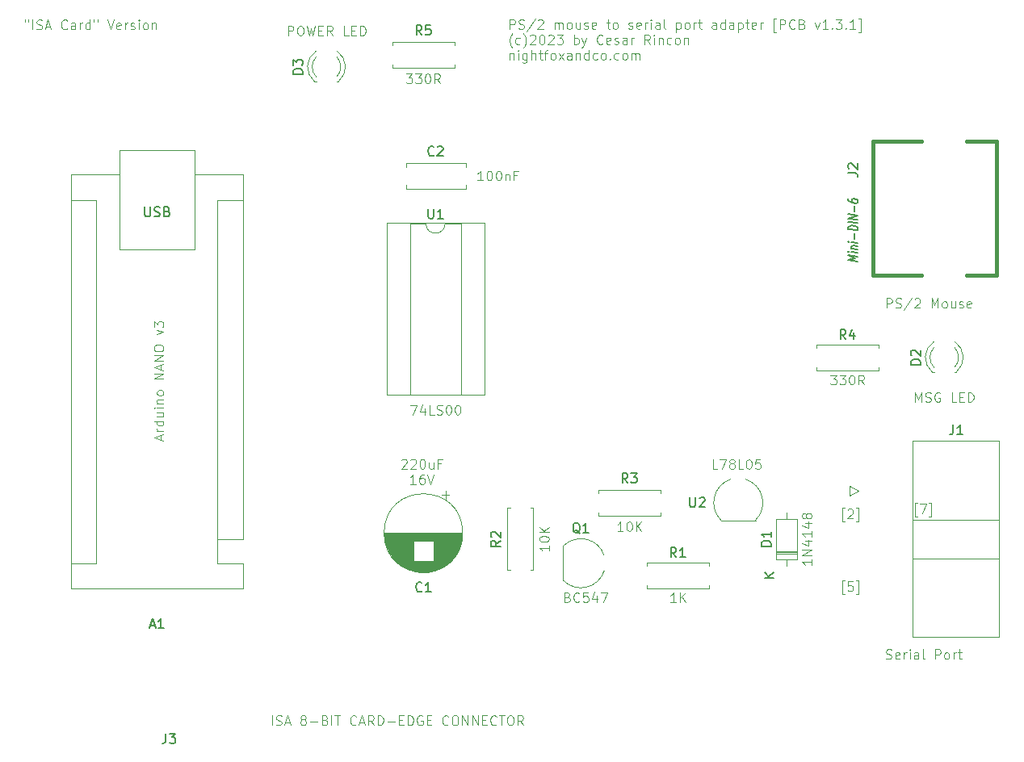
<source format=gbr>
%TF.GenerationSoftware,KiCad,Pcbnew,7.0.6*%
%TF.CreationDate,2023-08-29T13:14:21+02:00*%
%TF.ProjectId,ps2_mouse_to_serial_port_adapter_ISA_card,7073325f-6d6f-4757-9365-5f746f5f7365,rev?*%
%TF.SameCoordinates,Original*%
%TF.FileFunction,Legend,Top*%
%TF.FilePolarity,Positive*%
%FSLAX46Y46*%
G04 Gerber Fmt 4.6, Leading zero omitted, Abs format (unit mm)*
G04 Created by KiCad (PCBNEW 7.0.6) date 2023-08-29 13:14:21*
%MOMM*%
%LPD*%
G01*
G04 APERTURE LIST*
%ADD10C,0.100000*%
%ADD11C,0.150000*%
%ADD12C,0.203200*%
%ADD13C,0.152400*%
%ADD14C,0.120000*%
%ADD15C,0.381000*%
G04 APERTURE END LIST*
D10*
X78070532Y-67754179D02*
X77499104Y-67754179D01*
X77784818Y-67754179D02*
X77784818Y-66754179D01*
X77784818Y-66754179D02*
X77689580Y-66897036D01*
X77689580Y-66897036D02*
X77594342Y-66992274D01*
X77594342Y-66992274D02*
X77499104Y-67039893D01*
X78689580Y-66754179D02*
X78784818Y-66754179D01*
X78784818Y-66754179D02*
X78880056Y-66801798D01*
X78880056Y-66801798D02*
X78927675Y-66849417D01*
X78927675Y-66849417D02*
X78975294Y-66944655D01*
X78975294Y-66944655D02*
X79022913Y-67135131D01*
X79022913Y-67135131D02*
X79022913Y-67373226D01*
X79022913Y-67373226D02*
X78975294Y-67563702D01*
X78975294Y-67563702D02*
X78927675Y-67658940D01*
X78927675Y-67658940D02*
X78880056Y-67706560D01*
X78880056Y-67706560D02*
X78784818Y-67754179D01*
X78784818Y-67754179D02*
X78689580Y-67754179D01*
X78689580Y-67754179D02*
X78594342Y-67706560D01*
X78594342Y-67706560D02*
X78546723Y-67658940D01*
X78546723Y-67658940D02*
X78499104Y-67563702D01*
X78499104Y-67563702D02*
X78451485Y-67373226D01*
X78451485Y-67373226D02*
X78451485Y-67135131D01*
X78451485Y-67135131D02*
X78499104Y-66944655D01*
X78499104Y-66944655D02*
X78546723Y-66849417D01*
X78546723Y-66849417D02*
X78594342Y-66801798D01*
X78594342Y-66801798D02*
X78689580Y-66754179D01*
X79451485Y-67754179D02*
X79451485Y-66754179D01*
X80022913Y-67754179D02*
X79594342Y-67182750D01*
X80022913Y-66754179D02*
X79451485Y-67325607D01*
X70306306Y-69240427D02*
X70306306Y-69811855D01*
X70306306Y-69526141D02*
X69306306Y-69526141D01*
X69306306Y-69526141D02*
X69449163Y-69621379D01*
X69449163Y-69621379D02*
X69544401Y-69716617D01*
X69544401Y-69716617D02*
X69592020Y-69811855D01*
X69306306Y-68621379D02*
X69306306Y-68526141D01*
X69306306Y-68526141D02*
X69353925Y-68430903D01*
X69353925Y-68430903D02*
X69401544Y-68383284D01*
X69401544Y-68383284D02*
X69496782Y-68335665D01*
X69496782Y-68335665D02*
X69687258Y-68288046D01*
X69687258Y-68288046D02*
X69925353Y-68288046D01*
X69925353Y-68288046D02*
X70115829Y-68335665D01*
X70115829Y-68335665D02*
X70211067Y-68383284D01*
X70211067Y-68383284D02*
X70258687Y-68430903D01*
X70258687Y-68430903D02*
X70306306Y-68526141D01*
X70306306Y-68526141D02*
X70306306Y-68621379D01*
X70306306Y-68621379D02*
X70258687Y-68716617D01*
X70258687Y-68716617D02*
X70211067Y-68764236D01*
X70211067Y-68764236D02*
X70115829Y-68811855D01*
X70115829Y-68811855D02*
X69925353Y-68859474D01*
X69925353Y-68859474D02*
X69687258Y-68859474D01*
X69687258Y-68859474D02*
X69496782Y-68811855D01*
X69496782Y-68811855D02*
X69401544Y-68764236D01*
X69401544Y-68764236D02*
X69353925Y-68716617D01*
X69353925Y-68716617D02*
X69306306Y-68621379D01*
X70306306Y-67859474D02*
X69306306Y-67859474D01*
X70306306Y-67288046D02*
X69734877Y-67716617D01*
X69306306Y-67288046D02*
X69877734Y-67859474D01*
X101300598Y-74373752D02*
X101062503Y-74373752D01*
X101062503Y-74373752D02*
X101062503Y-72945180D01*
X101062503Y-72945180D02*
X101300598Y-72945180D01*
X102157741Y-73040419D02*
X101681551Y-73040419D01*
X101681551Y-73040419D02*
X101633932Y-73516609D01*
X101633932Y-73516609D02*
X101681551Y-73468990D01*
X101681551Y-73468990D02*
X101776789Y-73421371D01*
X101776789Y-73421371D02*
X102014884Y-73421371D01*
X102014884Y-73421371D02*
X102110122Y-73468990D01*
X102110122Y-73468990D02*
X102157741Y-73516609D01*
X102157741Y-73516609D02*
X102205360Y-73611847D01*
X102205360Y-73611847D02*
X102205360Y-73849942D01*
X102205360Y-73849942D02*
X102157741Y-73945180D01*
X102157741Y-73945180D02*
X102110122Y-73992800D01*
X102110122Y-73992800D02*
X102014884Y-74040419D01*
X102014884Y-74040419D02*
X101776789Y-74040419D01*
X101776789Y-74040419D02*
X101681551Y-73992800D01*
X101681551Y-73992800D02*
X101633932Y-73945180D01*
X102538694Y-74373752D02*
X102776789Y-74373752D01*
X102776789Y-74373752D02*
X102776789Y-72945180D01*
X102776789Y-72945180D02*
X102538694Y-72945180D01*
X99830681Y-51379519D02*
X100449728Y-51379519D01*
X100449728Y-51379519D02*
X100116395Y-51760471D01*
X100116395Y-51760471D02*
X100259252Y-51760471D01*
X100259252Y-51760471D02*
X100354490Y-51808090D01*
X100354490Y-51808090D02*
X100402109Y-51855709D01*
X100402109Y-51855709D02*
X100449728Y-51950947D01*
X100449728Y-51950947D02*
X100449728Y-52189042D01*
X100449728Y-52189042D02*
X100402109Y-52284280D01*
X100402109Y-52284280D02*
X100354490Y-52331900D01*
X100354490Y-52331900D02*
X100259252Y-52379519D01*
X100259252Y-52379519D02*
X99973538Y-52379519D01*
X99973538Y-52379519D02*
X99878300Y-52331900D01*
X99878300Y-52331900D02*
X99830681Y-52284280D01*
X100783062Y-51379519D02*
X101402109Y-51379519D01*
X101402109Y-51379519D02*
X101068776Y-51760471D01*
X101068776Y-51760471D02*
X101211633Y-51760471D01*
X101211633Y-51760471D02*
X101306871Y-51808090D01*
X101306871Y-51808090D02*
X101354490Y-51855709D01*
X101354490Y-51855709D02*
X101402109Y-51950947D01*
X101402109Y-51950947D02*
X101402109Y-52189042D01*
X101402109Y-52189042D02*
X101354490Y-52284280D01*
X101354490Y-52284280D02*
X101306871Y-52331900D01*
X101306871Y-52331900D02*
X101211633Y-52379519D01*
X101211633Y-52379519D02*
X100925919Y-52379519D01*
X100925919Y-52379519D02*
X100830681Y-52331900D01*
X100830681Y-52331900D02*
X100783062Y-52284280D01*
X102021157Y-51379519D02*
X102116395Y-51379519D01*
X102116395Y-51379519D02*
X102211633Y-51427138D01*
X102211633Y-51427138D02*
X102259252Y-51474757D01*
X102259252Y-51474757D02*
X102306871Y-51569995D01*
X102306871Y-51569995D02*
X102354490Y-51760471D01*
X102354490Y-51760471D02*
X102354490Y-51998566D01*
X102354490Y-51998566D02*
X102306871Y-52189042D01*
X102306871Y-52189042D02*
X102259252Y-52284280D01*
X102259252Y-52284280D02*
X102211633Y-52331900D01*
X102211633Y-52331900D02*
X102116395Y-52379519D01*
X102116395Y-52379519D02*
X102021157Y-52379519D01*
X102021157Y-52379519D02*
X101925919Y-52331900D01*
X101925919Y-52331900D02*
X101878300Y-52284280D01*
X101878300Y-52284280D02*
X101830681Y-52189042D01*
X101830681Y-52189042D02*
X101783062Y-51998566D01*
X101783062Y-51998566D02*
X101783062Y-51760471D01*
X101783062Y-51760471D02*
X101830681Y-51569995D01*
X101830681Y-51569995D02*
X101878300Y-51474757D01*
X101878300Y-51474757D02*
X101925919Y-51427138D01*
X101925919Y-51427138D02*
X102021157Y-51379519D01*
X103354490Y-52379519D02*
X103021157Y-51903328D01*
X102783062Y-52379519D02*
X102783062Y-51379519D01*
X102783062Y-51379519D02*
X103164014Y-51379519D01*
X103164014Y-51379519D02*
X103259252Y-51427138D01*
X103259252Y-51427138D02*
X103306871Y-51474757D01*
X103306871Y-51474757D02*
X103354490Y-51569995D01*
X103354490Y-51569995D02*
X103354490Y-51712852D01*
X103354490Y-51712852D02*
X103306871Y-51808090D01*
X103306871Y-51808090D02*
X103259252Y-51855709D01*
X103259252Y-51855709D02*
X103164014Y-51903328D01*
X103164014Y-51903328D02*
X102783062Y-51903328D01*
X108684801Y-54195878D02*
X108684801Y-53195878D01*
X108684801Y-53195878D02*
X109018134Y-53910163D01*
X109018134Y-53910163D02*
X109351467Y-53195878D01*
X109351467Y-53195878D02*
X109351467Y-54195878D01*
X109780039Y-54148259D02*
X109922896Y-54195878D01*
X109922896Y-54195878D02*
X110160991Y-54195878D01*
X110160991Y-54195878D02*
X110256229Y-54148259D01*
X110256229Y-54148259D02*
X110303848Y-54100639D01*
X110303848Y-54100639D02*
X110351467Y-54005401D01*
X110351467Y-54005401D02*
X110351467Y-53910163D01*
X110351467Y-53910163D02*
X110303848Y-53814925D01*
X110303848Y-53814925D02*
X110256229Y-53767306D01*
X110256229Y-53767306D02*
X110160991Y-53719687D01*
X110160991Y-53719687D02*
X109970515Y-53672068D01*
X109970515Y-53672068D02*
X109875277Y-53624449D01*
X109875277Y-53624449D02*
X109827658Y-53576830D01*
X109827658Y-53576830D02*
X109780039Y-53481592D01*
X109780039Y-53481592D02*
X109780039Y-53386354D01*
X109780039Y-53386354D02*
X109827658Y-53291116D01*
X109827658Y-53291116D02*
X109875277Y-53243497D01*
X109875277Y-53243497D02*
X109970515Y-53195878D01*
X109970515Y-53195878D02*
X110208610Y-53195878D01*
X110208610Y-53195878D02*
X110351467Y-53243497D01*
X111303848Y-53243497D02*
X111208610Y-53195878D01*
X111208610Y-53195878D02*
X111065753Y-53195878D01*
X111065753Y-53195878D02*
X110922896Y-53243497D01*
X110922896Y-53243497D02*
X110827658Y-53338735D01*
X110827658Y-53338735D02*
X110780039Y-53433973D01*
X110780039Y-53433973D02*
X110732420Y-53624449D01*
X110732420Y-53624449D02*
X110732420Y-53767306D01*
X110732420Y-53767306D02*
X110780039Y-53957782D01*
X110780039Y-53957782D02*
X110827658Y-54053020D01*
X110827658Y-54053020D02*
X110922896Y-54148259D01*
X110922896Y-54148259D02*
X111065753Y-54195878D01*
X111065753Y-54195878D02*
X111160991Y-54195878D01*
X111160991Y-54195878D02*
X111303848Y-54148259D01*
X111303848Y-54148259D02*
X111351467Y-54100639D01*
X111351467Y-54100639D02*
X111351467Y-53767306D01*
X111351467Y-53767306D02*
X111160991Y-53767306D01*
X113018134Y-54195878D02*
X112541944Y-54195878D01*
X112541944Y-54195878D02*
X112541944Y-53195878D01*
X113351468Y-53672068D02*
X113684801Y-53672068D01*
X113827658Y-54195878D02*
X113351468Y-54195878D01*
X113351468Y-54195878D02*
X113351468Y-53195878D01*
X113351468Y-53195878D02*
X113827658Y-53195878D01*
X114256230Y-54195878D02*
X114256230Y-53195878D01*
X114256230Y-53195878D02*
X114494325Y-53195878D01*
X114494325Y-53195878D02*
X114637182Y-53243497D01*
X114637182Y-53243497D02*
X114732420Y-53338735D01*
X114732420Y-53338735D02*
X114780039Y-53433973D01*
X114780039Y-53433973D02*
X114827658Y-53624449D01*
X114827658Y-53624449D02*
X114827658Y-53767306D01*
X114827658Y-53767306D02*
X114780039Y-53957782D01*
X114780039Y-53957782D02*
X114732420Y-54053020D01*
X114732420Y-54053020D02*
X114637182Y-54148259D01*
X114637182Y-54148259D02*
X114494325Y-54195878D01*
X114494325Y-54195878D02*
X114256230Y-54195878D01*
X55797131Y-54523371D02*
X56463797Y-54523371D01*
X56463797Y-54523371D02*
X56035226Y-55523371D01*
X57273321Y-54856704D02*
X57273321Y-55523371D01*
X57035226Y-54475752D02*
X56797131Y-55190037D01*
X56797131Y-55190037D02*
X57416178Y-55190037D01*
X58273321Y-55523371D02*
X57797131Y-55523371D01*
X57797131Y-55523371D02*
X57797131Y-54523371D01*
X58559036Y-55475752D02*
X58701893Y-55523371D01*
X58701893Y-55523371D02*
X58939988Y-55523371D01*
X58939988Y-55523371D02*
X59035226Y-55475752D01*
X59035226Y-55475752D02*
X59082845Y-55428132D01*
X59082845Y-55428132D02*
X59130464Y-55332894D01*
X59130464Y-55332894D02*
X59130464Y-55237656D01*
X59130464Y-55237656D02*
X59082845Y-55142418D01*
X59082845Y-55142418D02*
X59035226Y-55094799D01*
X59035226Y-55094799D02*
X58939988Y-55047180D01*
X58939988Y-55047180D02*
X58749512Y-54999561D01*
X58749512Y-54999561D02*
X58654274Y-54951942D01*
X58654274Y-54951942D02*
X58606655Y-54904323D01*
X58606655Y-54904323D02*
X58559036Y-54809085D01*
X58559036Y-54809085D02*
X58559036Y-54713847D01*
X58559036Y-54713847D02*
X58606655Y-54618609D01*
X58606655Y-54618609D02*
X58654274Y-54570990D01*
X58654274Y-54570990D02*
X58749512Y-54523371D01*
X58749512Y-54523371D02*
X58987607Y-54523371D01*
X58987607Y-54523371D02*
X59130464Y-54570990D01*
X59749512Y-54523371D02*
X59844750Y-54523371D01*
X59844750Y-54523371D02*
X59939988Y-54570990D01*
X59939988Y-54570990D02*
X59987607Y-54618609D01*
X59987607Y-54618609D02*
X60035226Y-54713847D01*
X60035226Y-54713847D02*
X60082845Y-54904323D01*
X60082845Y-54904323D02*
X60082845Y-55142418D01*
X60082845Y-55142418D02*
X60035226Y-55332894D01*
X60035226Y-55332894D02*
X59987607Y-55428132D01*
X59987607Y-55428132D02*
X59939988Y-55475752D01*
X59939988Y-55475752D02*
X59844750Y-55523371D01*
X59844750Y-55523371D02*
X59749512Y-55523371D01*
X59749512Y-55523371D02*
X59654274Y-55475752D01*
X59654274Y-55475752D02*
X59606655Y-55428132D01*
X59606655Y-55428132D02*
X59559036Y-55332894D01*
X59559036Y-55332894D02*
X59511417Y-55142418D01*
X59511417Y-55142418D02*
X59511417Y-54904323D01*
X59511417Y-54904323D02*
X59559036Y-54713847D01*
X59559036Y-54713847D02*
X59606655Y-54618609D01*
X59606655Y-54618609D02*
X59654274Y-54570990D01*
X59654274Y-54570990D02*
X59749512Y-54523371D01*
X60701893Y-54523371D02*
X60797131Y-54523371D01*
X60797131Y-54523371D02*
X60892369Y-54570990D01*
X60892369Y-54570990D02*
X60939988Y-54618609D01*
X60939988Y-54618609D02*
X60987607Y-54713847D01*
X60987607Y-54713847D02*
X61035226Y-54904323D01*
X61035226Y-54904323D02*
X61035226Y-55142418D01*
X61035226Y-55142418D02*
X60987607Y-55332894D01*
X60987607Y-55332894D02*
X60939988Y-55428132D01*
X60939988Y-55428132D02*
X60892369Y-55475752D01*
X60892369Y-55475752D02*
X60797131Y-55523371D01*
X60797131Y-55523371D02*
X60701893Y-55523371D01*
X60701893Y-55523371D02*
X60606655Y-55475752D01*
X60606655Y-55475752D02*
X60559036Y-55428132D01*
X60559036Y-55428132D02*
X60511417Y-55332894D01*
X60511417Y-55332894D02*
X60463798Y-55142418D01*
X60463798Y-55142418D02*
X60463798Y-54904323D01*
X60463798Y-54904323D02*
X60511417Y-54713847D01*
X60511417Y-54713847D02*
X60559036Y-54618609D01*
X60559036Y-54618609D02*
X60606655Y-54570990D01*
X60606655Y-54570990D02*
X60701893Y-54523371D01*
X101300598Y-66753752D02*
X101062503Y-66753752D01*
X101062503Y-66753752D02*
X101062503Y-65325180D01*
X101062503Y-65325180D02*
X101300598Y-65325180D01*
X101633932Y-65515657D02*
X101681551Y-65468038D01*
X101681551Y-65468038D02*
X101776789Y-65420419D01*
X101776789Y-65420419D02*
X102014884Y-65420419D01*
X102014884Y-65420419D02*
X102110122Y-65468038D01*
X102110122Y-65468038D02*
X102157741Y-65515657D01*
X102157741Y-65515657D02*
X102205360Y-65610895D01*
X102205360Y-65610895D02*
X102205360Y-65706133D01*
X102205360Y-65706133D02*
X102157741Y-65848990D01*
X102157741Y-65848990D02*
X101586313Y-66420419D01*
X101586313Y-66420419D02*
X102205360Y-66420419D01*
X102538694Y-66753752D02*
X102776789Y-66753752D01*
X102776789Y-66753752D02*
X102776789Y-65325180D01*
X102776789Y-65325180D02*
X102538694Y-65325180D01*
X72265217Y-74659609D02*
X72408074Y-74707228D01*
X72408074Y-74707228D02*
X72455693Y-74754847D01*
X72455693Y-74754847D02*
X72503312Y-74850085D01*
X72503312Y-74850085D02*
X72503312Y-74992942D01*
X72503312Y-74992942D02*
X72455693Y-75088180D01*
X72455693Y-75088180D02*
X72408074Y-75135800D01*
X72408074Y-75135800D02*
X72312836Y-75183419D01*
X72312836Y-75183419D02*
X71931884Y-75183419D01*
X71931884Y-75183419D02*
X71931884Y-74183419D01*
X71931884Y-74183419D02*
X72265217Y-74183419D01*
X72265217Y-74183419D02*
X72360455Y-74231038D01*
X72360455Y-74231038D02*
X72408074Y-74278657D01*
X72408074Y-74278657D02*
X72455693Y-74373895D01*
X72455693Y-74373895D02*
X72455693Y-74469133D01*
X72455693Y-74469133D02*
X72408074Y-74564371D01*
X72408074Y-74564371D02*
X72360455Y-74611990D01*
X72360455Y-74611990D02*
X72265217Y-74659609D01*
X72265217Y-74659609D02*
X71931884Y-74659609D01*
X73503312Y-75088180D02*
X73455693Y-75135800D01*
X73455693Y-75135800D02*
X73312836Y-75183419D01*
X73312836Y-75183419D02*
X73217598Y-75183419D01*
X73217598Y-75183419D02*
X73074741Y-75135800D01*
X73074741Y-75135800D02*
X72979503Y-75040561D01*
X72979503Y-75040561D02*
X72931884Y-74945323D01*
X72931884Y-74945323D02*
X72884265Y-74754847D01*
X72884265Y-74754847D02*
X72884265Y-74611990D01*
X72884265Y-74611990D02*
X72931884Y-74421514D01*
X72931884Y-74421514D02*
X72979503Y-74326276D01*
X72979503Y-74326276D02*
X73074741Y-74231038D01*
X73074741Y-74231038D02*
X73217598Y-74183419D01*
X73217598Y-74183419D02*
X73312836Y-74183419D01*
X73312836Y-74183419D02*
X73455693Y-74231038D01*
X73455693Y-74231038D02*
X73503312Y-74278657D01*
X74408074Y-74183419D02*
X73931884Y-74183419D01*
X73931884Y-74183419D02*
X73884265Y-74659609D01*
X73884265Y-74659609D02*
X73931884Y-74611990D01*
X73931884Y-74611990D02*
X74027122Y-74564371D01*
X74027122Y-74564371D02*
X74265217Y-74564371D01*
X74265217Y-74564371D02*
X74360455Y-74611990D01*
X74360455Y-74611990D02*
X74408074Y-74659609D01*
X74408074Y-74659609D02*
X74455693Y-74754847D01*
X74455693Y-74754847D02*
X74455693Y-74992942D01*
X74455693Y-74992942D02*
X74408074Y-75088180D01*
X74408074Y-75088180D02*
X74360455Y-75135800D01*
X74360455Y-75135800D02*
X74265217Y-75183419D01*
X74265217Y-75183419D02*
X74027122Y-75183419D01*
X74027122Y-75183419D02*
X73931884Y-75135800D01*
X73931884Y-75135800D02*
X73884265Y-75088180D01*
X75312836Y-74516752D02*
X75312836Y-75183419D01*
X75074741Y-74135800D02*
X74836646Y-74850085D01*
X74836646Y-74850085D02*
X75455693Y-74850085D01*
X75741408Y-74183419D02*
X76408074Y-74183419D01*
X76408074Y-74183419D02*
X75979503Y-75183419D01*
X55359687Y-19774933D02*
X55978734Y-19774933D01*
X55978734Y-19774933D02*
X55645401Y-20155885D01*
X55645401Y-20155885D02*
X55788258Y-20155885D01*
X55788258Y-20155885D02*
X55883496Y-20203504D01*
X55883496Y-20203504D02*
X55931115Y-20251123D01*
X55931115Y-20251123D02*
X55978734Y-20346361D01*
X55978734Y-20346361D02*
X55978734Y-20584456D01*
X55978734Y-20584456D02*
X55931115Y-20679694D01*
X55931115Y-20679694D02*
X55883496Y-20727314D01*
X55883496Y-20727314D02*
X55788258Y-20774933D01*
X55788258Y-20774933D02*
X55502544Y-20774933D01*
X55502544Y-20774933D02*
X55407306Y-20727314D01*
X55407306Y-20727314D02*
X55359687Y-20679694D01*
X56312068Y-19774933D02*
X56931115Y-19774933D01*
X56931115Y-19774933D02*
X56597782Y-20155885D01*
X56597782Y-20155885D02*
X56740639Y-20155885D01*
X56740639Y-20155885D02*
X56835877Y-20203504D01*
X56835877Y-20203504D02*
X56883496Y-20251123D01*
X56883496Y-20251123D02*
X56931115Y-20346361D01*
X56931115Y-20346361D02*
X56931115Y-20584456D01*
X56931115Y-20584456D02*
X56883496Y-20679694D01*
X56883496Y-20679694D02*
X56835877Y-20727314D01*
X56835877Y-20727314D02*
X56740639Y-20774933D01*
X56740639Y-20774933D02*
X56454925Y-20774933D01*
X56454925Y-20774933D02*
X56359687Y-20727314D01*
X56359687Y-20727314D02*
X56312068Y-20679694D01*
X57550163Y-19774933D02*
X57645401Y-19774933D01*
X57645401Y-19774933D02*
X57740639Y-19822552D01*
X57740639Y-19822552D02*
X57788258Y-19870171D01*
X57788258Y-19870171D02*
X57835877Y-19965409D01*
X57835877Y-19965409D02*
X57883496Y-20155885D01*
X57883496Y-20155885D02*
X57883496Y-20393980D01*
X57883496Y-20393980D02*
X57835877Y-20584456D01*
X57835877Y-20584456D02*
X57788258Y-20679694D01*
X57788258Y-20679694D02*
X57740639Y-20727314D01*
X57740639Y-20727314D02*
X57645401Y-20774933D01*
X57645401Y-20774933D02*
X57550163Y-20774933D01*
X57550163Y-20774933D02*
X57454925Y-20727314D01*
X57454925Y-20727314D02*
X57407306Y-20679694D01*
X57407306Y-20679694D02*
X57359687Y-20584456D01*
X57359687Y-20584456D02*
X57312068Y-20393980D01*
X57312068Y-20393980D02*
X57312068Y-20155885D01*
X57312068Y-20155885D02*
X57359687Y-19965409D01*
X57359687Y-19965409D02*
X57407306Y-19870171D01*
X57407306Y-19870171D02*
X57454925Y-19822552D01*
X57454925Y-19822552D02*
X57550163Y-19774933D01*
X58883496Y-20774933D02*
X58550163Y-20298742D01*
X58312068Y-20774933D02*
X58312068Y-19774933D01*
X58312068Y-19774933D02*
X58693020Y-19774933D01*
X58693020Y-19774933D02*
X58788258Y-19822552D01*
X58788258Y-19822552D02*
X58835877Y-19870171D01*
X58835877Y-19870171D02*
X58883496Y-19965409D01*
X58883496Y-19965409D02*
X58883496Y-20108266D01*
X58883496Y-20108266D02*
X58835877Y-20203504D01*
X58835877Y-20203504D02*
X58788258Y-20251123D01*
X58788258Y-20251123D02*
X58693020Y-20298742D01*
X58693020Y-20298742D02*
X58312068Y-20298742D01*
X105666265Y-81104800D02*
X105809122Y-81152419D01*
X105809122Y-81152419D02*
X106047217Y-81152419D01*
X106047217Y-81152419D02*
X106142455Y-81104800D01*
X106142455Y-81104800D02*
X106190074Y-81057180D01*
X106190074Y-81057180D02*
X106237693Y-80961942D01*
X106237693Y-80961942D02*
X106237693Y-80866704D01*
X106237693Y-80866704D02*
X106190074Y-80771466D01*
X106190074Y-80771466D02*
X106142455Y-80723847D01*
X106142455Y-80723847D02*
X106047217Y-80676228D01*
X106047217Y-80676228D02*
X105856741Y-80628609D01*
X105856741Y-80628609D02*
X105761503Y-80580990D01*
X105761503Y-80580990D02*
X105713884Y-80533371D01*
X105713884Y-80533371D02*
X105666265Y-80438133D01*
X105666265Y-80438133D02*
X105666265Y-80342895D01*
X105666265Y-80342895D02*
X105713884Y-80247657D01*
X105713884Y-80247657D02*
X105761503Y-80200038D01*
X105761503Y-80200038D02*
X105856741Y-80152419D01*
X105856741Y-80152419D02*
X106094836Y-80152419D01*
X106094836Y-80152419D02*
X106237693Y-80200038D01*
X107047217Y-81104800D02*
X106951979Y-81152419D01*
X106951979Y-81152419D02*
X106761503Y-81152419D01*
X106761503Y-81152419D02*
X106666265Y-81104800D01*
X106666265Y-81104800D02*
X106618646Y-81009561D01*
X106618646Y-81009561D02*
X106618646Y-80628609D01*
X106618646Y-80628609D02*
X106666265Y-80533371D01*
X106666265Y-80533371D02*
X106761503Y-80485752D01*
X106761503Y-80485752D02*
X106951979Y-80485752D01*
X106951979Y-80485752D02*
X107047217Y-80533371D01*
X107047217Y-80533371D02*
X107094836Y-80628609D01*
X107094836Y-80628609D02*
X107094836Y-80723847D01*
X107094836Y-80723847D02*
X106618646Y-80819085D01*
X107523408Y-81152419D02*
X107523408Y-80485752D01*
X107523408Y-80676228D02*
X107571027Y-80580990D01*
X107571027Y-80580990D02*
X107618646Y-80533371D01*
X107618646Y-80533371D02*
X107713884Y-80485752D01*
X107713884Y-80485752D02*
X107809122Y-80485752D01*
X108142456Y-81152419D02*
X108142456Y-80485752D01*
X108142456Y-80152419D02*
X108094837Y-80200038D01*
X108094837Y-80200038D02*
X108142456Y-80247657D01*
X108142456Y-80247657D02*
X108190075Y-80200038D01*
X108190075Y-80200038D02*
X108142456Y-80152419D01*
X108142456Y-80152419D02*
X108142456Y-80247657D01*
X109047217Y-81152419D02*
X109047217Y-80628609D01*
X109047217Y-80628609D02*
X108999598Y-80533371D01*
X108999598Y-80533371D02*
X108904360Y-80485752D01*
X108904360Y-80485752D02*
X108713884Y-80485752D01*
X108713884Y-80485752D02*
X108618646Y-80533371D01*
X109047217Y-81104800D02*
X108951979Y-81152419D01*
X108951979Y-81152419D02*
X108713884Y-81152419D01*
X108713884Y-81152419D02*
X108618646Y-81104800D01*
X108618646Y-81104800D02*
X108571027Y-81009561D01*
X108571027Y-81009561D02*
X108571027Y-80914323D01*
X108571027Y-80914323D02*
X108618646Y-80819085D01*
X108618646Y-80819085D02*
X108713884Y-80771466D01*
X108713884Y-80771466D02*
X108951979Y-80771466D01*
X108951979Y-80771466D02*
X109047217Y-80723847D01*
X109666265Y-81152419D02*
X109571027Y-81104800D01*
X109571027Y-81104800D02*
X109523408Y-81009561D01*
X109523408Y-81009561D02*
X109523408Y-80152419D01*
X110809123Y-81152419D02*
X110809123Y-80152419D01*
X110809123Y-80152419D02*
X111190075Y-80152419D01*
X111190075Y-80152419D02*
X111285313Y-80200038D01*
X111285313Y-80200038D02*
X111332932Y-80247657D01*
X111332932Y-80247657D02*
X111380551Y-80342895D01*
X111380551Y-80342895D02*
X111380551Y-80485752D01*
X111380551Y-80485752D02*
X111332932Y-80580990D01*
X111332932Y-80580990D02*
X111285313Y-80628609D01*
X111285313Y-80628609D02*
X111190075Y-80676228D01*
X111190075Y-80676228D02*
X110809123Y-80676228D01*
X111951980Y-81152419D02*
X111856742Y-81104800D01*
X111856742Y-81104800D02*
X111809123Y-81057180D01*
X111809123Y-81057180D02*
X111761504Y-80961942D01*
X111761504Y-80961942D02*
X111761504Y-80676228D01*
X111761504Y-80676228D02*
X111809123Y-80580990D01*
X111809123Y-80580990D02*
X111856742Y-80533371D01*
X111856742Y-80533371D02*
X111951980Y-80485752D01*
X111951980Y-80485752D02*
X112094837Y-80485752D01*
X112094837Y-80485752D02*
X112190075Y-80533371D01*
X112190075Y-80533371D02*
X112237694Y-80580990D01*
X112237694Y-80580990D02*
X112285313Y-80676228D01*
X112285313Y-80676228D02*
X112285313Y-80961942D01*
X112285313Y-80961942D02*
X112237694Y-81057180D01*
X112237694Y-81057180D02*
X112190075Y-81104800D01*
X112190075Y-81104800D02*
X112094837Y-81152419D01*
X112094837Y-81152419D02*
X111951980Y-81152419D01*
X112713885Y-81152419D02*
X112713885Y-80485752D01*
X112713885Y-80676228D02*
X112761504Y-80580990D01*
X112761504Y-80580990D02*
X112809123Y-80533371D01*
X112809123Y-80533371D02*
X112904361Y-80485752D01*
X112904361Y-80485752D02*
X112999599Y-80485752D01*
X113190076Y-80485752D02*
X113571028Y-80485752D01*
X113332933Y-80152419D02*
X113332933Y-81009561D01*
X113332933Y-81009561D02*
X113380552Y-81104800D01*
X113380552Y-81104800D02*
X113475790Y-81152419D01*
X113475790Y-81152419D02*
X113571028Y-81152419D01*
X63410646Y-30955413D02*
X62839218Y-30955413D01*
X63124932Y-30955413D02*
X63124932Y-29955413D01*
X63124932Y-29955413D02*
X63029694Y-30098270D01*
X63029694Y-30098270D02*
X62934456Y-30193508D01*
X62934456Y-30193508D02*
X62839218Y-30241127D01*
X64029694Y-29955413D02*
X64124932Y-29955413D01*
X64124932Y-29955413D02*
X64220170Y-30003032D01*
X64220170Y-30003032D02*
X64267789Y-30050651D01*
X64267789Y-30050651D02*
X64315408Y-30145889D01*
X64315408Y-30145889D02*
X64363027Y-30336365D01*
X64363027Y-30336365D02*
X64363027Y-30574460D01*
X64363027Y-30574460D02*
X64315408Y-30764936D01*
X64315408Y-30764936D02*
X64267789Y-30860174D01*
X64267789Y-30860174D02*
X64220170Y-30907794D01*
X64220170Y-30907794D02*
X64124932Y-30955413D01*
X64124932Y-30955413D02*
X64029694Y-30955413D01*
X64029694Y-30955413D02*
X63934456Y-30907794D01*
X63934456Y-30907794D02*
X63886837Y-30860174D01*
X63886837Y-30860174D02*
X63839218Y-30764936D01*
X63839218Y-30764936D02*
X63791599Y-30574460D01*
X63791599Y-30574460D02*
X63791599Y-30336365D01*
X63791599Y-30336365D02*
X63839218Y-30145889D01*
X63839218Y-30145889D02*
X63886837Y-30050651D01*
X63886837Y-30050651D02*
X63934456Y-30003032D01*
X63934456Y-30003032D02*
X64029694Y-29955413D01*
X64982075Y-29955413D02*
X65077313Y-29955413D01*
X65077313Y-29955413D02*
X65172551Y-30003032D01*
X65172551Y-30003032D02*
X65220170Y-30050651D01*
X65220170Y-30050651D02*
X65267789Y-30145889D01*
X65267789Y-30145889D02*
X65315408Y-30336365D01*
X65315408Y-30336365D02*
X65315408Y-30574460D01*
X65315408Y-30574460D02*
X65267789Y-30764936D01*
X65267789Y-30764936D02*
X65220170Y-30860174D01*
X65220170Y-30860174D02*
X65172551Y-30907794D01*
X65172551Y-30907794D02*
X65077313Y-30955413D01*
X65077313Y-30955413D02*
X64982075Y-30955413D01*
X64982075Y-30955413D02*
X64886837Y-30907794D01*
X64886837Y-30907794D02*
X64839218Y-30860174D01*
X64839218Y-30860174D02*
X64791599Y-30764936D01*
X64791599Y-30764936D02*
X64743980Y-30574460D01*
X64743980Y-30574460D02*
X64743980Y-30336365D01*
X64743980Y-30336365D02*
X64791599Y-30145889D01*
X64791599Y-30145889D02*
X64839218Y-30050651D01*
X64839218Y-30050651D02*
X64886837Y-30003032D01*
X64886837Y-30003032D02*
X64982075Y-29955413D01*
X65743980Y-30288746D02*
X65743980Y-30955413D01*
X65743980Y-30383984D02*
X65791599Y-30336365D01*
X65791599Y-30336365D02*
X65886837Y-30288746D01*
X65886837Y-30288746D02*
X66029694Y-30288746D01*
X66029694Y-30288746D02*
X66124932Y-30336365D01*
X66124932Y-30336365D02*
X66172551Y-30431603D01*
X66172551Y-30431603D02*
X66172551Y-30955413D01*
X66982075Y-30431603D02*
X66648742Y-30431603D01*
X66648742Y-30955413D02*
X66648742Y-29955413D01*
X66648742Y-29955413D02*
X67124932Y-29955413D01*
X15369265Y-14112419D02*
X15369265Y-14302895D01*
X15750217Y-14112419D02*
X15750217Y-14302895D01*
X16178789Y-15112419D02*
X16178789Y-14112419D01*
X16607360Y-15064800D02*
X16750217Y-15112419D01*
X16750217Y-15112419D02*
X16988312Y-15112419D01*
X16988312Y-15112419D02*
X17083550Y-15064800D01*
X17083550Y-15064800D02*
X17131169Y-15017180D01*
X17131169Y-15017180D02*
X17178788Y-14921942D01*
X17178788Y-14921942D02*
X17178788Y-14826704D01*
X17178788Y-14826704D02*
X17131169Y-14731466D01*
X17131169Y-14731466D02*
X17083550Y-14683847D01*
X17083550Y-14683847D02*
X16988312Y-14636228D01*
X16988312Y-14636228D02*
X16797836Y-14588609D01*
X16797836Y-14588609D02*
X16702598Y-14540990D01*
X16702598Y-14540990D02*
X16654979Y-14493371D01*
X16654979Y-14493371D02*
X16607360Y-14398133D01*
X16607360Y-14398133D02*
X16607360Y-14302895D01*
X16607360Y-14302895D02*
X16654979Y-14207657D01*
X16654979Y-14207657D02*
X16702598Y-14160038D01*
X16702598Y-14160038D02*
X16797836Y-14112419D01*
X16797836Y-14112419D02*
X17035931Y-14112419D01*
X17035931Y-14112419D02*
X17178788Y-14160038D01*
X17559741Y-14826704D02*
X18035931Y-14826704D01*
X17464503Y-15112419D02*
X17797836Y-14112419D01*
X17797836Y-14112419D02*
X18131169Y-15112419D01*
X19797836Y-15017180D02*
X19750217Y-15064800D01*
X19750217Y-15064800D02*
X19607360Y-15112419D01*
X19607360Y-15112419D02*
X19512122Y-15112419D01*
X19512122Y-15112419D02*
X19369265Y-15064800D01*
X19369265Y-15064800D02*
X19274027Y-14969561D01*
X19274027Y-14969561D02*
X19226408Y-14874323D01*
X19226408Y-14874323D02*
X19178789Y-14683847D01*
X19178789Y-14683847D02*
X19178789Y-14540990D01*
X19178789Y-14540990D02*
X19226408Y-14350514D01*
X19226408Y-14350514D02*
X19274027Y-14255276D01*
X19274027Y-14255276D02*
X19369265Y-14160038D01*
X19369265Y-14160038D02*
X19512122Y-14112419D01*
X19512122Y-14112419D02*
X19607360Y-14112419D01*
X19607360Y-14112419D02*
X19750217Y-14160038D01*
X19750217Y-14160038D02*
X19797836Y-14207657D01*
X20654979Y-15112419D02*
X20654979Y-14588609D01*
X20654979Y-14588609D02*
X20607360Y-14493371D01*
X20607360Y-14493371D02*
X20512122Y-14445752D01*
X20512122Y-14445752D02*
X20321646Y-14445752D01*
X20321646Y-14445752D02*
X20226408Y-14493371D01*
X20654979Y-15064800D02*
X20559741Y-15112419D01*
X20559741Y-15112419D02*
X20321646Y-15112419D01*
X20321646Y-15112419D02*
X20226408Y-15064800D01*
X20226408Y-15064800D02*
X20178789Y-14969561D01*
X20178789Y-14969561D02*
X20178789Y-14874323D01*
X20178789Y-14874323D02*
X20226408Y-14779085D01*
X20226408Y-14779085D02*
X20321646Y-14731466D01*
X20321646Y-14731466D02*
X20559741Y-14731466D01*
X20559741Y-14731466D02*
X20654979Y-14683847D01*
X21131170Y-15112419D02*
X21131170Y-14445752D01*
X21131170Y-14636228D02*
X21178789Y-14540990D01*
X21178789Y-14540990D02*
X21226408Y-14493371D01*
X21226408Y-14493371D02*
X21321646Y-14445752D01*
X21321646Y-14445752D02*
X21416884Y-14445752D01*
X22178789Y-15112419D02*
X22178789Y-14112419D01*
X22178789Y-15064800D02*
X22083551Y-15112419D01*
X22083551Y-15112419D02*
X21893075Y-15112419D01*
X21893075Y-15112419D02*
X21797837Y-15064800D01*
X21797837Y-15064800D02*
X21750218Y-15017180D01*
X21750218Y-15017180D02*
X21702599Y-14921942D01*
X21702599Y-14921942D02*
X21702599Y-14636228D01*
X21702599Y-14636228D02*
X21750218Y-14540990D01*
X21750218Y-14540990D02*
X21797837Y-14493371D01*
X21797837Y-14493371D02*
X21893075Y-14445752D01*
X21893075Y-14445752D02*
X22083551Y-14445752D01*
X22083551Y-14445752D02*
X22178789Y-14493371D01*
X22607361Y-14112419D02*
X22607361Y-14302895D01*
X22988313Y-14112419D02*
X22988313Y-14302895D01*
X24035933Y-14112419D02*
X24369266Y-15112419D01*
X24369266Y-15112419D02*
X24702599Y-14112419D01*
X25416885Y-15064800D02*
X25321647Y-15112419D01*
X25321647Y-15112419D02*
X25131171Y-15112419D01*
X25131171Y-15112419D02*
X25035933Y-15064800D01*
X25035933Y-15064800D02*
X24988314Y-14969561D01*
X24988314Y-14969561D02*
X24988314Y-14588609D01*
X24988314Y-14588609D02*
X25035933Y-14493371D01*
X25035933Y-14493371D02*
X25131171Y-14445752D01*
X25131171Y-14445752D02*
X25321647Y-14445752D01*
X25321647Y-14445752D02*
X25416885Y-14493371D01*
X25416885Y-14493371D02*
X25464504Y-14588609D01*
X25464504Y-14588609D02*
X25464504Y-14683847D01*
X25464504Y-14683847D02*
X24988314Y-14779085D01*
X25893076Y-15112419D02*
X25893076Y-14445752D01*
X25893076Y-14636228D02*
X25940695Y-14540990D01*
X25940695Y-14540990D02*
X25988314Y-14493371D01*
X25988314Y-14493371D02*
X26083552Y-14445752D01*
X26083552Y-14445752D02*
X26178790Y-14445752D01*
X26464505Y-15064800D02*
X26559743Y-15112419D01*
X26559743Y-15112419D02*
X26750219Y-15112419D01*
X26750219Y-15112419D02*
X26845457Y-15064800D01*
X26845457Y-15064800D02*
X26893076Y-14969561D01*
X26893076Y-14969561D02*
X26893076Y-14921942D01*
X26893076Y-14921942D02*
X26845457Y-14826704D01*
X26845457Y-14826704D02*
X26750219Y-14779085D01*
X26750219Y-14779085D02*
X26607362Y-14779085D01*
X26607362Y-14779085D02*
X26512124Y-14731466D01*
X26512124Y-14731466D02*
X26464505Y-14636228D01*
X26464505Y-14636228D02*
X26464505Y-14588609D01*
X26464505Y-14588609D02*
X26512124Y-14493371D01*
X26512124Y-14493371D02*
X26607362Y-14445752D01*
X26607362Y-14445752D02*
X26750219Y-14445752D01*
X26750219Y-14445752D02*
X26845457Y-14493371D01*
X27321648Y-15112419D02*
X27321648Y-14445752D01*
X27321648Y-14112419D02*
X27274029Y-14160038D01*
X27274029Y-14160038D02*
X27321648Y-14207657D01*
X27321648Y-14207657D02*
X27369267Y-14160038D01*
X27369267Y-14160038D02*
X27321648Y-14112419D01*
X27321648Y-14112419D02*
X27321648Y-14207657D01*
X27940695Y-15112419D02*
X27845457Y-15064800D01*
X27845457Y-15064800D02*
X27797838Y-15017180D01*
X27797838Y-15017180D02*
X27750219Y-14921942D01*
X27750219Y-14921942D02*
X27750219Y-14636228D01*
X27750219Y-14636228D02*
X27797838Y-14540990D01*
X27797838Y-14540990D02*
X27845457Y-14493371D01*
X27845457Y-14493371D02*
X27940695Y-14445752D01*
X27940695Y-14445752D02*
X28083552Y-14445752D01*
X28083552Y-14445752D02*
X28178790Y-14493371D01*
X28178790Y-14493371D02*
X28226409Y-14540990D01*
X28226409Y-14540990D02*
X28274028Y-14636228D01*
X28274028Y-14636228D02*
X28274028Y-14921942D01*
X28274028Y-14921942D02*
X28226409Y-15017180D01*
X28226409Y-15017180D02*
X28178790Y-15064800D01*
X28178790Y-15064800D02*
X28083552Y-15112419D01*
X28083552Y-15112419D02*
X27940695Y-15112419D01*
X28702600Y-14445752D02*
X28702600Y-15112419D01*
X28702600Y-14540990D02*
X28750219Y-14493371D01*
X28750219Y-14493371D02*
X28845457Y-14445752D01*
X28845457Y-14445752D02*
X28988314Y-14445752D01*
X28988314Y-14445752D02*
X29083552Y-14493371D01*
X29083552Y-14493371D02*
X29131171Y-14588609D01*
X29131171Y-14588609D02*
X29131171Y-15112419D01*
X108920598Y-66245752D02*
X108682503Y-66245752D01*
X108682503Y-66245752D02*
X108682503Y-64817180D01*
X108682503Y-64817180D02*
X108920598Y-64817180D01*
X109206313Y-64912419D02*
X109872979Y-64912419D01*
X109872979Y-64912419D02*
X109444408Y-65912419D01*
X110158694Y-66245752D02*
X110396789Y-66245752D01*
X110396789Y-66245752D02*
X110396789Y-64817180D01*
X110396789Y-64817180D02*
X110158694Y-64817180D01*
X41276872Y-88085277D02*
X41276872Y-87085277D01*
X41705443Y-88037658D02*
X41848300Y-88085277D01*
X41848300Y-88085277D02*
X42086395Y-88085277D01*
X42086395Y-88085277D02*
X42181633Y-88037658D01*
X42181633Y-88037658D02*
X42229252Y-87990038D01*
X42229252Y-87990038D02*
X42276871Y-87894800D01*
X42276871Y-87894800D02*
X42276871Y-87799562D01*
X42276871Y-87799562D02*
X42229252Y-87704324D01*
X42229252Y-87704324D02*
X42181633Y-87656705D01*
X42181633Y-87656705D02*
X42086395Y-87609086D01*
X42086395Y-87609086D02*
X41895919Y-87561467D01*
X41895919Y-87561467D02*
X41800681Y-87513848D01*
X41800681Y-87513848D02*
X41753062Y-87466229D01*
X41753062Y-87466229D02*
X41705443Y-87370991D01*
X41705443Y-87370991D02*
X41705443Y-87275753D01*
X41705443Y-87275753D02*
X41753062Y-87180515D01*
X41753062Y-87180515D02*
X41800681Y-87132896D01*
X41800681Y-87132896D02*
X41895919Y-87085277D01*
X41895919Y-87085277D02*
X42134014Y-87085277D01*
X42134014Y-87085277D02*
X42276871Y-87132896D01*
X42657824Y-87799562D02*
X43134014Y-87799562D01*
X42562586Y-88085277D02*
X42895919Y-87085277D01*
X42895919Y-87085277D02*
X43229252Y-88085277D01*
X44467348Y-87513848D02*
X44372110Y-87466229D01*
X44372110Y-87466229D02*
X44324491Y-87418610D01*
X44324491Y-87418610D02*
X44276872Y-87323372D01*
X44276872Y-87323372D02*
X44276872Y-87275753D01*
X44276872Y-87275753D02*
X44324491Y-87180515D01*
X44324491Y-87180515D02*
X44372110Y-87132896D01*
X44372110Y-87132896D02*
X44467348Y-87085277D01*
X44467348Y-87085277D02*
X44657824Y-87085277D01*
X44657824Y-87085277D02*
X44753062Y-87132896D01*
X44753062Y-87132896D02*
X44800681Y-87180515D01*
X44800681Y-87180515D02*
X44848300Y-87275753D01*
X44848300Y-87275753D02*
X44848300Y-87323372D01*
X44848300Y-87323372D02*
X44800681Y-87418610D01*
X44800681Y-87418610D02*
X44753062Y-87466229D01*
X44753062Y-87466229D02*
X44657824Y-87513848D01*
X44657824Y-87513848D02*
X44467348Y-87513848D01*
X44467348Y-87513848D02*
X44372110Y-87561467D01*
X44372110Y-87561467D02*
X44324491Y-87609086D01*
X44324491Y-87609086D02*
X44276872Y-87704324D01*
X44276872Y-87704324D02*
X44276872Y-87894800D01*
X44276872Y-87894800D02*
X44324491Y-87990038D01*
X44324491Y-87990038D02*
X44372110Y-88037658D01*
X44372110Y-88037658D02*
X44467348Y-88085277D01*
X44467348Y-88085277D02*
X44657824Y-88085277D01*
X44657824Y-88085277D02*
X44753062Y-88037658D01*
X44753062Y-88037658D02*
X44800681Y-87990038D01*
X44800681Y-87990038D02*
X44848300Y-87894800D01*
X44848300Y-87894800D02*
X44848300Y-87704324D01*
X44848300Y-87704324D02*
X44800681Y-87609086D01*
X44800681Y-87609086D02*
X44753062Y-87561467D01*
X44753062Y-87561467D02*
X44657824Y-87513848D01*
X45276872Y-87704324D02*
X46038777Y-87704324D01*
X46848300Y-87561467D02*
X46991157Y-87609086D01*
X46991157Y-87609086D02*
X47038776Y-87656705D01*
X47038776Y-87656705D02*
X47086395Y-87751943D01*
X47086395Y-87751943D02*
X47086395Y-87894800D01*
X47086395Y-87894800D02*
X47038776Y-87990038D01*
X47038776Y-87990038D02*
X46991157Y-88037658D01*
X46991157Y-88037658D02*
X46895919Y-88085277D01*
X46895919Y-88085277D02*
X46514967Y-88085277D01*
X46514967Y-88085277D02*
X46514967Y-87085277D01*
X46514967Y-87085277D02*
X46848300Y-87085277D01*
X46848300Y-87085277D02*
X46943538Y-87132896D01*
X46943538Y-87132896D02*
X46991157Y-87180515D01*
X46991157Y-87180515D02*
X47038776Y-87275753D01*
X47038776Y-87275753D02*
X47038776Y-87370991D01*
X47038776Y-87370991D02*
X46991157Y-87466229D01*
X46991157Y-87466229D02*
X46943538Y-87513848D01*
X46943538Y-87513848D02*
X46848300Y-87561467D01*
X46848300Y-87561467D02*
X46514967Y-87561467D01*
X47514967Y-88085277D02*
X47514967Y-87085277D01*
X47848300Y-87085277D02*
X48419728Y-87085277D01*
X48134014Y-88085277D02*
X48134014Y-87085277D01*
X50086395Y-87990038D02*
X50038776Y-88037658D01*
X50038776Y-88037658D02*
X49895919Y-88085277D01*
X49895919Y-88085277D02*
X49800681Y-88085277D01*
X49800681Y-88085277D02*
X49657824Y-88037658D01*
X49657824Y-88037658D02*
X49562586Y-87942419D01*
X49562586Y-87942419D02*
X49514967Y-87847181D01*
X49514967Y-87847181D02*
X49467348Y-87656705D01*
X49467348Y-87656705D02*
X49467348Y-87513848D01*
X49467348Y-87513848D02*
X49514967Y-87323372D01*
X49514967Y-87323372D02*
X49562586Y-87228134D01*
X49562586Y-87228134D02*
X49657824Y-87132896D01*
X49657824Y-87132896D02*
X49800681Y-87085277D01*
X49800681Y-87085277D02*
X49895919Y-87085277D01*
X49895919Y-87085277D02*
X50038776Y-87132896D01*
X50038776Y-87132896D02*
X50086395Y-87180515D01*
X50467348Y-87799562D02*
X50943538Y-87799562D01*
X50372110Y-88085277D02*
X50705443Y-87085277D01*
X50705443Y-87085277D02*
X51038776Y-88085277D01*
X51943538Y-88085277D02*
X51610205Y-87609086D01*
X51372110Y-88085277D02*
X51372110Y-87085277D01*
X51372110Y-87085277D02*
X51753062Y-87085277D01*
X51753062Y-87085277D02*
X51848300Y-87132896D01*
X51848300Y-87132896D02*
X51895919Y-87180515D01*
X51895919Y-87180515D02*
X51943538Y-87275753D01*
X51943538Y-87275753D02*
X51943538Y-87418610D01*
X51943538Y-87418610D02*
X51895919Y-87513848D01*
X51895919Y-87513848D02*
X51848300Y-87561467D01*
X51848300Y-87561467D02*
X51753062Y-87609086D01*
X51753062Y-87609086D02*
X51372110Y-87609086D01*
X52372110Y-88085277D02*
X52372110Y-87085277D01*
X52372110Y-87085277D02*
X52610205Y-87085277D01*
X52610205Y-87085277D02*
X52753062Y-87132896D01*
X52753062Y-87132896D02*
X52848300Y-87228134D01*
X52848300Y-87228134D02*
X52895919Y-87323372D01*
X52895919Y-87323372D02*
X52943538Y-87513848D01*
X52943538Y-87513848D02*
X52943538Y-87656705D01*
X52943538Y-87656705D02*
X52895919Y-87847181D01*
X52895919Y-87847181D02*
X52848300Y-87942419D01*
X52848300Y-87942419D02*
X52753062Y-88037658D01*
X52753062Y-88037658D02*
X52610205Y-88085277D01*
X52610205Y-88085277D02*
X52372110Y-88085277D01*
X53372110Y-87704324D02*
X54134015Y-87704324D01*
X54610205Y-87561467D02*
X54943538Y-87561467D01*
X55086395Y-88085277D02*
X54610205Y-88085277D01*
X54610205Y-88085277D02*
X54610205Y-87085277D01*
X54610205Y-87085277D02*
X55086395Y-87085277D01*
X55514967Y-88085277D02*
X55514967Y-87085277D01*
X55514967Y-87085277D02*
X55753062Y-87085277D01*
X55753062Y-87085277D02*
X55895919Y-87132896D01*
X55895919Y-87132896D02*
X55991157Y-87228134D01*
X55991157Y-87228134D02*
X56038776Y-87323372D01*
X56038776Y-87323372D02*
X56086395Y-87513848D01*
X56086395Y-87513848D02*
X56086395Y-87656705D01*
X56086395Y-87656705D02*
X56038776Y-87847181D01*
X56038776Y-87847181D02*
X55991157Y-87942419D01*
X55991157Y-87942419D02*
X55895919Y-88037658D01*
X55895919Y-88037658D02*
X55753062Y-88085277D01*
X55753062Y-88085277D02*
X55514967Y-88085277D01*
X57038776Y-87132896D02*
X56943538Y-87085277D01*
X56943538Y-87085277D02*
X56800681Y-87085277D01*
X56800681Y-87085277D02*
X56657824Y-87132896D01*
X56657824Y-87132896D02*
X56562586Y-87228134D01*
X56562586Y-87228134D02*
X56514967Y-87323372D01*
X56514967Y-87323372D02*
X56467348Y-87513848D01*
X56467348Y-87513848D02*
X56467348Y-87656705D01*
X56467348Y-87656705D02*
X56514967Y-87847181D01*
X56514967Y-87847181D02*
X56562586Y-87942419D01*
X56562586Y-87942419D02*
X56657824Y-88037658D01*
X56657824Y-88037658D02*
X56800681Y-88085277D01*
X56800681Y-88085277D02*
X56895919Y-88085277D01*
X56895919Y-88085277D02*
X57038776Y-88037658D01*
X57038776Y-88037658D02*
X57086395Y-87990038D01*
X57086395Y-87990038D02*
X57086395Y-87656705D01*
X57086395Y-87656705D02*
X56895919Y-87656705D01*
X57514967Y-87561467D02*
X57848300Y-87561467D01*
X57991157Y-88085277D02*
X57514967Y-88085277D01*
X57514967Y-88085277D02*
X57514967Y-87085277D01*
X57514967Y-87085277D02*
X57991157Y-87085277D01*
X59753062Y-87990038D02*
X59705443Y-88037658D01*
X59705443Y-88037658D02*
X59562586Y-88085277D01*
X59562586Y-88085277D02*
X59467348Y-88085277D01*
X59467348Y-88085277D02*
X59324491Y-88037658D01*
X59324491Y-88037658D02*
X59229253Y-87942419D01*
X59229253Y-87942419D02*
X59181634Y-87847181D01*
X59181634Y-87847181D02*
X59134015Y-87656705D01*
X59134015Y-87656705D02*
X59134015Y-87513848D01*
X59134015Y-87513848D02*
X59181634Y-87323372D01*
X59181634Y-87323372D02*
X59229253Y-87228134D01*
X59229253Y-87228134D02*
X59324491Y-87132896D01*
X59324491Y-87132896D02*
X59467348Y-87085277D01*
X59467348Y-87085277D02*
X59562586Y-87085277D01*
X59562586Y-87085277D02*
X59705443Y-87132896D01*
X59705443Y-87132896D02*
X59753062Y-87180515D01*
X60372110Y-87085277D02*
X60562586Y-87085277D01*
X60562586Y-87085277D02*
X60657824Y-87132896D01*
X60657824Y-87132896D02*
X60753062Y-87228134D01*
X60753062Y-87228134D02*
X60800681Y-87418610D01*
X60800681Y-87418610D02*
X60800681Y-87751943D01*
X60800681Y-87751943D02*
X60753062Y-87942419D01*
X60753062Y-87942419D02*
X60657824Y-88037658D01*
X60657824Y-88037658D02*
X60562586Y-88085277D01*
X60562586Y-88085277D02*
X60372110Y-88085277D01*
X60372110Y-88085277D02*
X60276872Y-88037658D01*
X60276872Y-88037658D02*
X60181634Y-87942419D01*
X60181634Y-87942419D02*
X60134015Y-87751943D01*
X60134015Y-87751943D02*
X60134015Y-87418610D01*
X60134015Y-87418610D02*
X60181634Y-87228134D01*
X60181634Y-87228134D02*
X60276872Y-87132896D01*
X60276872Y-87132896D02*
X60372110Y-87085277D01*
X61229253Y-88085277D02*
X61229253Y-87085277D01*
X61229253Y-87085277D02*
X61800681Y-88085277D01*
X61800681Y-88085277D02*
X61800681Y-87085277D01*
X62276872Y-88085277D02*
X62276872Y-87085277D01*
X62276872Y-87085277D02*
X62848300Y-88085277D01*
X62848300Y-88085277D02*
X62848300Y-87085277D01*
X63324491Y-87561467D02*
X63657824Y-87561467D01*
X63800681Y-88085277D02*
X63324491Y-88085277D01*
X63324491Y-88085277D02*
X63324491Y-87085277D01*
X63324491Y-87085277D02*
X63800681Y-87085277D01*
X64800681Y-87990038D02*
X64753062Y-88037658D01*
X64753062Y-88037658D02*
X64610205Y-88085277D01*
X64610205Y-88085277D02*
X64514967Y-88085277D01*
X64514967Y-88085277D02*
X64372110Y-88037658D01*
X64372110Y-88037658D02*
X64276872Y-87942419D01*
X64276872Y-87942419D02*
X64229253Y-87847181D01*
X64229253Y-87847181D02*
X64181634Y-87656705D01*
X64181634Y-87656705D02*
X64181634Y-87513848D01*
X64181634Y-87513848D02*
X64229253Y-87323372D01*
X64229253Y-87323372D02*
X64276872Y-87228134D01*
X64276872Y-87228134D02*
X64372110Y-87132896D01*
X64372110Y-87132896D02*
X64514967Y-87085277D01*
X64514967Y-87085277D02*
X64610205Y-87085277D01*
X64610205Y-87085277D02*
X64753062Y-87132896D01*
X64753062Y-87132896D02*
X64800681Y-87180515D01*
X65086396Y-87085277D02*
X65657824Y-87085277D01*
X65372110Y-88085277D02*
X65372110Y-87085277D01*
X66181634Y-87085277D02*
X66372110Y-87085277D01*
X66372110Y-87085277D02*
X66467348Y-87132896D01*
X66467348Y-87132896D02*
X66562586Y-87228134D01*
X66562586Y-87228134D02*
X66610205Y-87418610D01*
X66610205Y-87418610D02*
X66610205Y-87751943D01*
X66610205Y-87751943D02*
X66562586Y-87942419D01*
X66562586Y-87942419D02*
X66467348Y-88037658D01*
X66467348Y-88037658D02*
X66372110Y-88085277D01*
X66372110Y-88085277D02*
X66181634Y-88085277D01*
X66181634Y-88085277D02*
X66086396Y-88037658D01*
X66086396Y-88037658D02*
X65991158Y-87942419D01*
X65991158Y-87942419D02*
X65943539Y-87751943D01*
X65943539Y-87751943D02*
X65943539Y-87418610D01*
X65943539Y-87418610D02*
X65991158Y-87228134D01*
X65991158Y-87228134D02*
X66086396Y-87132896D01*
X66086396Y-87132896D02*
X66181634Y-87085277D01*
X67610205Y-88085277D02*
X67276872Y-87609086D01*
X67038777Y-88085277D02*
X67038777Y-87085277D01*
X67038777Y-87085277D02*
X67419729Y-87085277D01*
X67419729Y-87085277D02*
X67514967Y-87132896D01*
X67514967Y-87132896D02*
X67562586Y-87180515D01*
X67562586Y-87180515D02*
X67610205Y-87275753D01*
X67610205Y-87275753D02*
X67610205Y-87418610D01*
X67610205Y-87418610D02*
X67562586Y-87513848D01*
X67562586Y-87513848D02*
X67514967Y-87561467D01*
X67514967Y-87561467D02*
X67419729Y-87609086D01*
X67419729Y-87609086D02*
X67038777Y-87609086D01*
X87982857Y-61213419D02*
X87506667Y-61213419D01*
X87506667Y-61213419D02*
X87506667Y-60213419D01*
X88220953Y-60213419D02*
X88887619Y-60213419D01*
X88887619Y-60213419D02*
X88459048Y-61213419D01*
X89411429Y-60641990D02*
X89316191Y-60594371D01*
X89316191Y-60594371D02*
X89268572Y-60546752D01*
X89268572Y-60546752D02*
X89220953Y-60451514D01*
X89220953Y-60451514D02*
X89220953Y-60403895D01*
X89220953Y-60403895D02*
X89268572Y-60308657D01*
X89268572Y-60308657D02*
X89316191Y-60261038D01*
X89316191Y-60261038D02*
X89411429Y-60213419D01*
X89411429Y-60213419D02*
X89601905Y-60213419D01*
X89601905Y-60213419D02*
X89697143Y-60261038D01*
X89697143Y-60261038D02*
X89744762Y-60308657D01*
X89744762Y-60308657D02*
X89792381Y-60403895D01*
X89792381Y-60403895D02*
X89792381Y-60451514D01*
X89792381Y-60451514D02*
X89744762Y-60546752D01*
X89744762Y-60546752D02*
X89697143Y-60594371D01*
X89697143Y-60594371D02*
X89601905Y-60641990D01*
X89601905Y-60641990D02*
X89411429Y-60641990D01*
X89411429Y-60641990D02*
X89316191Y-60689609D01*
X89316191Y-60689609D02*
X89268572Y-60737228D01*
X89268572Y-60737228D02*
X89220953Y-60832466D01*
X89220953Y-60832466D02*
X89220953Y-61022942D01*
X89220953Y-61022942D02*
X89268572Y-61118180D01*
X89268572Y-61118180D02*
X89316191Y-61165800D01*
X89316191Y-61165800D02*
X89411429Y-61213419D01*
X89411429Y-61213419D02*
X89601905Y-61213419D01*
X89601905Y-61213419D02*
X89697143Y-61165800D01*
X89697143Y-61165800D02*
X89744762Y-61118180D01*
X89744762Y-61118180D02*
X89792381Y-61022942D01*
X89792381Y-61022942D02*
X89792381Y-60832466D01*
X89792381Y-60832466D02*
X89744762Y-60737228D01*
X89744762Y-60737228D02*
X89697143Y-60689609D01*
X89697143Y-60689609D02*
X89601905Y-60641990D01*
X90697143Y-61213419D02*
X90220953Y-61213419D01*
X90220953Y-61213419D02*
X90220953Y-60213419D01*
X91220953Y-60213419D02*
X91316191Y-60213419D01*
X91316191Y-60213419D02*
X91411429Y-60261038D01*
X91411429Y-60261038D02*
X91459048Y-60308657D01*
X91459048Y-60308657D02*
X91506667Y-60403895D01*
X91506667Y-60403895D02*
X91554286Y-60594371D01*
X91554286Y-60594371D02*
X91554286Y-60832466D01*
X91554286Y-60832466D02*
X91506667Y-61022942D01*
X91506667Y-61022942D02*
X91459048Y-61118180D01*
X91459048Y-61118180D02*
X91411429Y-61165800D01*
X91411429Y-61165800D02*
X91316191Y-61213419D01*
X91316191Y-61213419D02*
X91220953Y-61213419D01*
X91220953Y-61213419D02*
X91125715Y-61165800D01*
X91125715Y-61165800D02*
X91078096Y-61118180D01*
X91078096Y-61118180D02*
X91030477Y-61022942D01*
X91030477Y-61022942D02*
X90982858Y-60832466D01*
X90982858Y-60832466D02*
X90982858Y-60594371D01*
X90982858Y-60594371D02*
X91030477Y-60403895D01*
X91030477Y-60403895D02*
X91078096Y-60308657D01*
X91078096Y-60308657D02*
X91125715Y-60261038D01*
X91125715Y-60261038D02*
X91220953Y-60213419D01*
X92459048Y-60213419D02*
X91982858Y-60213419D01*
X91982858Y-60213419D02*
X91935239Y-60689609D01*
X91935239Y-60689609D02*
X91982858Y-60641990D01*
X91982858Y-60641990D02*
X92078096Y-60594371D01*
X92078096Y-60594371D02*
X92316191Y-60594371D01*
X92316191Y-60594371D02*
X92411429Y-60641990D01*
X92411429Y-60641990D02*
X92459048Y-60689609D01*
X92459048Y-60689609D02*
X92506667Y-60784847D01*
X92506667Y-60784847D02*
X92506667Y-61022942D01*
X92506667Y-61022942D02*
X92459048Y-61118180D01*
X92459048Y-61118180D02*
X92411429Y-61165800D01*
X92411429Y-61165800D02*
X92316191Y-61213419D01*
X92316191Y-61213419D02*
X92078096Y-61213419D01*
X92078096Y-61213419D02*
X91982858Y-61165800D01*
X91982858Y-61165800D02*
X91935239Y-61118180D01*
X29608266Y-58163734D02*
X29608266Y-57687544D01*
X29893981Y-58258972D02*
X28893981Y-57925639D01*
X28893981Y-57925639D02*
X29893981Y-57592306D01*
X29893981Y-57258972D02*
X29227314Y-57258972D01*
X29417790Y-57258972D02*
X29322552Y-57211353D01*
X29322552Y-57211353D02*
X29274933Y-57163734D01*
X29274933Y-57163734D02*
X29227314Y-57068496D01*
X29227314Y-57068496D02*
X29227314Y-56973258D01*
X29893981Y-56211353D02*
X28893981Y-56211353D01*
X29846362Y-56211353D02*
X29893981Y-56306591D01*
X29893981Y-56306591D02*
X29893981Y-56497067D01*
X29893981Y-56497067D02*
X29846362Y-56592305D01*
X29846362Y-56592305D02*
X29798742Y-56639924D01*
X29798742Y-56639924D02*
X29703504Y-56687543D01*
X29703504Y-56687543D02*
X29417790Y-56687543D01*
X29417790Y-56687543D02*
X29322552Y-56639924D01*
X29322552Y-56639924D02*
X29274933Y-56592305D01*
X29274933Y-56592305D02*
X29227314Y-56497067D01*
X29227314Y-56497067D02*
X29227314Y-56306591D01*
X29227314Y-56306591D02*
X29274933Y-56211353D01*
X29227314Y-55306591D02*
X29893981Y-55306591D01*
X29227314Y-55735162D02*
X29751123Y-55735162D01*
X29751123Y-55735162D02*
X29846362Y-55687543D01*
X29846362Y-55687543D02*
X29893981Y-55592305D01*
X29893981Y-55592305D02*
X29893981Y-55449448D01*
X29893981Y-55449448D02*
X29846362Y-55354210D01*
X29846362Y-55354210D02*
X29798742Y-55306591D01*
X29893981Y-54830400D02*
X29227314Y-54830400D01*
X28893981Y-54830400D02*
X28941600Y-54878019D01*
X28941600Y-54878019D02*
X28989219Y-54830400D01*
X28989219Y-54830400D02*
X28941600Y-54782781D01*
X28941600Y-54782781D02*
X28893981Y-54830400D01*
X28893981Y-54830400D02*
X28989219Y-54830400D01*
X29227314Y-54354210D02*
X29893981Y-54354210D01*
X29322552Y-54354210D02*
X29274933Y-54306591D01*
X29274933Y-54306591D02*
X29227314Y-54211353D01*
X29227314Y-54211353D02*
X29227314Y-54068496D01*
X29227314Y-54068496D02*
X29274933Y-53973258D01*
X29274933Y-53973258D02*
X29370171Y-53925639D01*
X29370171Y-53925639D02*
X29893981Y-53925639D01*
X29893981Y-53306591D02*
X29846362Y-53401829D01*
X29846362Y-53401829D02*
X29798742Y-53449448D01*
X29798742Y-53449448D02*
X29703504Y-53497067D01*
X29703504Y-53497067D02*
X29417790Y-53497067D01*
X29417790Y-53497067D02*
X29322552Y-53449448D01*
X29322552Y-53449448D02*
X29274933Y-53401829D01*
X29274933Y-53401829D02*
X29227314Y-53306591D01*
X29227314Y-53306591D02*
X29227314Y-53163734D01*
X29227314Y-53163734D02*
X29274933Y-53068496D01*
X29274933Y-53068496D02*
X29322552Y-53020877D01*
X29322552Y-53020877D02*
X29417790Y-52973258D01*
X29417790Y-52973258D02*
X29703504Y-52973258D01*
X29703504Y-52973258D02*
X29798742Y-53020877D01*
X29798742Y-53020877D02*
X29846362Y-53068496D01*
X29846362Y-53068496D02*
X29893981Y-53163734D01*
X29893981Y-53163734D02*
X29893981Y-53306591D01*
X29893981Y-51782781D02*
X28893981Y-51782781D01*
X28893981Y-51782781D02*
X29893981Y-51211353D01*
X29893981Y-51211353D02*
X28893981Y-51211353D01*
X29608266Y-50782781D02*
X29608266Y-50306591D01*
X29893981Y-50878019D02*
X28893981Y-50544686D01*
X28893981Y-50544686D02*
X29893981Y-50211353D01*
X29893981Y-49878019D02*
X28893981Y-49878019D01*
X28893981Y-49878019D02*
X29893981Y-49306591D01*
X29893981Y-49306591D02*
X28893981Y-49306591D01*
X28893981Y-48639924D02*
X28893981Y-48449448D01*
X28893981Y-48449448D02*
X28941600Y-48354210D01*
X28941600Y-48354210D02*
X29036838Y-48258972D01*
X29036838Y-48258972D02*
X29227314Y-48211353D01*
X29227314Y-48211353D02*
X29560647Y-48211353D01*
X29560647Y-48211353D02*
X29751123Y-48258972D01*
X29751123Y-48258972D02*
X29846362Y-48354210D01*
X29846362Y-48354210D02*
X29893981Y-48449448D01*
X29893981Y-48449448D02*
X29893981Y-48639924D01*
X29893981Y-48639924D02*
X29846362Y-48735162D01*
X29846362Y-48735162D02*
X29751123Y-48830400D01*
X29751123Y-48830400D02*
X29560647Y-48878019D01*
X29560647Y-48878019D02*
X29227314Y-48878019D01*
X29227314Y-48878019D02*
X29036838Y-48830400D01*
X29036838Y-48830400D02*
X28941600Y-48735162D01*
X28941600Y-48735162D02*
X28893981Y-48639924D01*
X29227314Y-47116114D02*
X29893981Y-46878019D01*
X29893981Y-46878019D02*
X29227314Y-46639924D01*
X28893981Y-46354209D02*
X28893981Y-45735162D01*
X28893981Y-45735162D02*
X29274933Y-46068495D01*
X29274933Y-46068495D02*
X29274933Y-45925638D01*
X29274933Y-45925638D02*
X29322552Y-45830400D01*
X29322552Y-45830400D02*
X29370171Y-45782781D01*
X29370171Y-45782781D02*
X29465409Y-45735162D01*
X29465409Y-45735162D02*
X29703504Y-45735162D01*
X29703504Y-45735162D02*
X29798742Y-45782781D01*
X29798742Y-45782781D02*
X29846362Y-45830400D01*
X29846362Y-45830400D02*
X29893981Y-45925638D01*
X29893981Y-45925638D02*
X29893981Y-46211352D01*
X29893981Y-46211352D02*
X29846362Y-46306590D01*
X29846362Y-46306590D02*
X29798742Y-46354209D01*
X42963493Y-15757744D02*
X42963493Y-14757744D01*
X42963493Y-14757744D02*
X43344445Y-14757744D01*
X43344445Y-14757744D02*
X43439683Y-14805363D01*
X43439683Y-14805363D02*
X43487302Y-14852982D01*
X43487302Y-14852982D02*
X43534921Y-14948220D01*
X43534921Y-14948220D02*
X43534921Y-15091077D01*
X43534921Y-15091077D02*
X43487302Y-15186315D01*
X43487302Y-15186315D02*
X43439683Y-15233934D01*
X43439683Y-15233934D02*
X43344445Y-15281553D01*
X43344445Y-15281553D02*
X42963493Y-15281553D01*
X44153969Y-14757744D02*
X44344445Y-14757744D01*
X44344445Y-14757744D02*
X44439683Y-14805363D01*
X44439683Y-14805363D02*
X44534921Y-14900601D01*
X44534921Y-14900601D02*
X44582540Y-15091077D01*
X44582540Y-15091077D02*
X44582540Y-15424410D01*
X44582540Y-15424410D02*
X44534921Y-15614886D01*
X44534921Y-15614886D02*
X44439683Y-15710125D01*
X44439683Y-15710125D02*
X44344445Y-15757744D01*
X44344445Y-15757744D02*
X44153969Y-15757744D01*
X44153969Y-15757744D02*
X44058731Y-15710125D01*
X44058731Y-15710125D02*
X43963493Y-15614886D01*
X43963493Y-15614886D02*
X43915874Y-15424410D01*
X43915874Y-15424410D02*
X43915874Y-15091077D01*
X43915874Y-15091077D02*
X43963493Y-14900601D01*
X43963493Y-14900601D02*
X44058731Y-14805363D01*
X44058731Y-14805363D02*
X44153969Y-14757744D01*
X44915874Y-14757744D02*
X45153969Y-15757744D01*
X45153969Y-15757744D02*
X45344445Y-15043458D01*
X45344445Y-15043458D02*
X45534921Y-15757744D01*
X45534921Y-15757744D02*
X45773017Y-14757744D01*
X46153969Y-15233934D02*
X46487302Y-15233934D01*
X46630159Y-15757744D02*
X46153969Y-15757744D01*
X46153969Y-15757744D02*
X46153969Y-14757744D01*
X46153969Y-14757744D02*
X46630159Y-14757744D01*
X47630159Y-15757744D02*
X47296826Y-15281553D01*
X47058731Y-15757744D02*
X47058731Y-14757744D01*
X47058731Y-14757744D02*
X47439683Y-14757744D01*
X47439683Y-14757744D02*
X47534921Y-14805363D01*
X47534921Y-14805363D02*
X47582540Y-14852982D01*
X47582540Y-14852982D02*
X47630159Y-14948220D01*
X47630159Y-14948220D02*
X47630159Y-15091077D01*
X47630159Y-15091077D02*
X47582540Y-15186315D01*
X47582540Y-15186315D02*
X47534921Y-15233934D01*
X47534921Y-15233934D02*
X47439683Y-15281553D01*
X47439683Y-15281553D02*
X47058731Y-15281553D01*
X49296826Y-15757744D02*
X48820636Y-15757744D01*
X48820636Y-15757744D02*
X48820636Y-14757744D01*
X49630160Y-15233934D02*
X49963493Y-15233934D01*
X50106350Y-15757744D02*
X49630160Y-15757744D01*
X49630160Y-15757744D02*
X49630160Y-14757744D01*
X49630160Y-14757744D02*
X50106350Y-14757744D01*
X50534922Y-15757744D02*
X50534922Y-14757744D01*
X50534922Y-14757744D02*
X50773017Y-14757744D01*
X50773017Y-14757744D02*
X50915874Y-14805363D01*
X50915874Y-14805363D02*
X51011112Y-14900601D01*
X51011112Y-14900601D02*
X51058731Y-14995839D01*
X51058731Y-14995839D02*
X51106350Y-15186315D01*
X51106350Y-15186315D02*
X51106350Y-15329172D01*
X51106350Y-15329172D02*
X51058731Y-15519648D01*
X51058731Y-15519648D02*
X51011112Y-15614886D01*
X51011112Y-15614886D02*
X50915874Y-15710125D01*
X50915874Y-15710125D02*
X50773017Y-15757744D01*
X50773017Y-15757744D02*
X50534922Y-15757744D01*
X83630135Y-75219040D02*
X83058707Y-75219040D01*
X83344421Y-75219040D02*
X83344421Y-74219040D01*
X83344421Y-74219040D02*
X83249183Y-74361897D01*
X83249183Y-74361897D02*
X83153945Y-74457135D01*
X83153945Y-74457135D02*
X83058707Y-74504754D01*
X84058707Y-75219040D02*
X84058707Y-74219040D01*
X84630135Y-75219040D02*
X84201564Y-74647611D01*
X84630135Y-74219040D02*
X84058707Y-74790468D01*
X97854452Y-70708412D02*
X97854452Y-71279840D01*
X97854452Y-70994126D02*
X96854452Y-70994126D01*
X96854452Y-70994126D02*
X96997309Y-71089364D01*
X96997309Y-71089364D02*
X97092547Y-71184602D01*
X97092547Y-71184602D02*
X97140166Y-71279840D01*
X97854452Y-70279840D02*
X96854452Y-70279840D01*
X96854452Y-70279840D02*
X97854452Y-69708412D01*
X97854452Y-69708412D02*
X96854452Y-69708412D01*
X97187785Y-68803650D02*
X97854452Y-68803650D01*
X96806833Y-69041745D02*
X97521118Y-69279840D01*
X97521118Y-69279840D02*
X97521118Y-68660793D01*
X97854452Y-67756031D02*
X97854452Y-68327459D01*
X97854452Y-68041745D02*
X96854452Y-68041745D01*
X96854452Y-68041745D02*
X96997309Y-68136983D01*
X96997309Y-68136983D02*
X97092547Y-68232221D01*
X97092547Y-68232221D02*
X97140166Y-68327459D01*
X97187785Y-66898888D02*
X97854452Y-66898888D01*
X96806833Y-67136983D02*
X97521118Y-67375078D01*
X97521118Y-67375078D02*
X97521118Y-66756031D01*
X97283023Y-66232221D02*
X97235404Y-66327459D01*
X97235404Y-66327459D02*
X97187785Y-66375078D01*
X97187785Y-66375078D02*
X97092547Y-66422697D01*
X97092547Y-66422697D02*
X97044928Y-66422697D01*
X97044928Y-66422697D02*
X96949690Y-66375078D01*
X96949690Y-66375078D02*
X96902071Y-66327459D01*
X96902071Y-66327459D02*
X96854452Y-66232221D01*
X96854452Y-66232221D02*
X96854452Y-66041745D01*
X96854452Y-66041745D02*
X96902071Y-65946507D01*
X96902071Y-65946507D02*
X96949690Y-65898888D01*
X96949690Y-65898888D02*
X97044928Y-65851269D01*
X97044928Y-65851269D02*
X97092547Y-65851269D01*
X97092547Y-65851269D02*
X97187785Y-65898888D01*
X97187785Y-65898888D02*
X97235404Y-65946507D01*
X97235404Y-65946507D02*
X97283023Y-66041745D01*
X97283023Y-66041745D02*
X97283023Y-66232221D01*
X97283023Y-66232221D02*
X97330642Y-66327459D01*
X97330642Y-66327459D02*
X97378261Y-66375078D01*
X97378261Y-66375078D02*
X97473499Y-66422697D01*
X97473499Y-66422697D02*
X97663975Y-66422697D01*
X97663975Y-66422697D02*
X97759213Y-66375078D01*
X97759213Y-66375078D02*
X97806833Y-66327459D01*
X97806833Y-66327459D02*
X97854452Y-66232221D01*
X97854452Y-66232221D02*
X97854452Y-66041745D01*
X97854452Y-66041745D02*
X97806833Y-65946507D01*
X97806833Y-65946507D02*
X97759213Y-65898888D01*
X97759213Y-65898888D02*
X97663975Y-65851269D01*
X97663975Y-65851269D02*
X97473499Y-65851269D01*
X97473499Y-65851269D02*
X97378261Y-65898888D01*
X97378261Y-65898888D02*
X97330642Y-65946507D01*
X97330642Y-65946507D02*
X97283023Y-66041745D01*
X66191681Y-15067419D02*
X66191681Y-14067419D01*
X66191681Y-14067419D02*
X66572633Y-14067419D01*
X66572633Y-14067419D02*
X66667871Y-14115038D01*
X66667871Y-14115038D02*
X66715490Y-14162657D01*
X66715490Y-14162657D02*
X66763109Y-14257895D01*
X66763109Y-14257895D02*
X66763109Y-14400752D01*
X66763109Y-14400752D02*
X66715490Y-14495990D01*
X66715490Y-14495990D02*
X66667871Y-14543609D01*
X66667871Y-14543609D02*
X66572633Y-14591228D01*
X66572633Y-14591228D02*
X66191681Y-14591228D01*
X67144062Y-15019800D02*
X67286919Y-15067419D01*
X67286919Y-15067419D02*
X67525014Y-15067419D01*
X67525014Y-15067419D02*
X67620252Y-15019800D01*
X67620252Y-15019800D02*
X67667871Y-14972180D01*
X67667871Y-14972180D02*
X67715490Y-14876942D01*
X67715490Y-14876942D02*
X67715490Y-14781704D01*
X67715490Y-14781704D02*
X67667871Y-14686466D01*
X67667871Y-14686466D02*
X67620252Y-14638847D01*
X67620252Y-14638847D02*
X67525014Y-14591228D01*
X67525014Y-14591228D02*
X67334538Y-14543609D01*
X67334538Y-14543609D02*
X67239300Y-14495990D01*
X67239300Y-14495990D02*
X67191681Y-14448371D01*
X67191681Y-14448371D02*
X67144062Y-14353133D01*
X67144062Y-14353133D02*
X67144062Y-14257895D01*
X67144062Y-14257895D02*
X67191681Y-14162657D01*
X67191681Y-14162657D02*
X67239300Y-14115038D01*
X67239300Y-14115038D02*
X67334538Y-14067419D01*
X67334538Y-14067419D02*
X67572633Y-14067419D01*
X67572633Y-14067419D02*
X67715490Y-14115038D01*
X68858347Y-14019800D02*
X68001205Y-15305514D01*
X69144062Y-14162657D02*
X69191681Y-14115038D01*
X69191681Y-14115038D02*
X69286919Y-14067419D01*
X69286919Y-14067419D02*
X69525014Y-14067419D01*
X69525014Y-14067419D02*
X69620252Y-14115038D01*
X69620252Y-14115038D02*
X69667871Y-14162657D01*
X69667871Y-14162657D02*
X69715490Y-14257895D01*
X69715490Y-14257895D02*
X69715490Y-14353133D01*
X69715490Y-14353133D02*
X69667871Y-14495990D01*
X69667871Y-14495990D02*
X69096443Y-15067419D01*
X69096443Y-15067419D02*
X69715490Y-15067419D01*
X70905967Y-15067419D02*
X70905967Y-14400752D01*
X70905967Y-14495990D02*
X70953586Y-14448371D01*
X70953586Y-14448371D02*
X71048824Y-14400752D01*
X71048824Y-14400752D02*
X71191681Y-14400752D01*
X71191681Y-14400752D02*
X71286919Y-14448371D01*
X71286919Y-14448371D02*
X71334538Y-14543609D01*
X71334538Y-14543609D02*
X71334538Y-15067419D01*
X71334538Y-14543609D02*
X71382157Y-14448371D01*
X71382157Y-14448371D02*
X71477395Y-14400752D01*
X71477395Y-14400752D02*
X71620252Y-14400752D01*
X71620252Y-14400752D02*
X71715491Y-14448371D01*
X71715491Y-14448371D02*
X71763110Y-14543609D01*
X71763110Y-14543609D02*
X71763110Y-15067419D01*
X72382157Y-15067419D02*
X72286919Y-15019800D01*
X72286919Y-15019800D02*
X72239300Y-14972180D01*
X72239300Y-14972180D02*
X72191681Y-14876942D01*
X72191681Y-14876942D02*
X72191681Y-14591228D01*
X72191681Y-14591228D02*
X72239300Y-14495990D01*
X72239300Y-14495990D02*
X72286919Y-14448371D01*
X72286919Y-14448371D02*
X72382157Y-14400752D01*
X72382157Y-14400752D02*
X72525014Y-14400752D01*
X72525014Y-14400752D02*
X72620252Y-14448371D01*
X72620252Y-14448371D02*
X72667871Y-14495990D01*
X72667871Y-14495990D02*
X72715490Y-14591228D01*
X72715490Y-14591228D02*
X72715490Y-14876942D01*
X72715490Y-14876942D02*
X72667871Y-14972180D01*
X72667871Y-14972180D02*
X72620252Y-15019800D01*
X72620252Y-15019800D02*
X72525014Y-15067419D01*
X72525014Y-15067419D02*
X72382157Y-15067419D01*
X73572633Y-14400752D02*
X73572633Y-15067419D01*
X73144062Y-14400752D02*
X73144062Y-14924561D01*
X73144062Y-14924561D02*
X73191681Y-15019800D01*
X73191681Y-15019800D02*
X73286919Y-15067419D01*
X73286919Y-15067419D02*
X73429776Y-15067419D01*
X73429776Y-15067419D02*
X73525014Y-15019800D01*
X73525014Y-15019800D02*
X73572633Y-14972180D01*
X74001205Y-15019800D02*
X74096443Y-15067419D01*
X74096443Y-15067419D02*
X74286919Y-15067419D01*
X74286919Y-15067419D02*
X74382157Y-15019800D01*
X74382157Y-15019800D02*
X74429776Y-14924561D01*
X74429776Y-14924561D02*
X74429776Y-14876942D01*
X74429776Y-14876942D02*
X74382157Y-14781704D01*
X74382157Y-14781704D02*
X74286919Y-14734085D01*
X74286919Y-14734085D02*
X74144062Y-14734085D01*
X74144062Y-14734085D02*
X74048824Y-14686466D01*
X74048824Y-14686466D02*
X74001205Y-14591228D01*
X74001205Y-14591228D02*
X74001205Y-14543609D01*
X74001205Y-14543609D02*
X74048824Y-14448371D01*
X74048824Y-14448371D02*
X74144062Y-14400752D01*
X74144062Y-14400752D02*
X74286919Y-14400752D01*
X74286919Y-14400752D02*
X74382157Y-14448371D01*
X75239300Y-15019800D02*
X75144062Y-15067419D01*
X75144062Y-15067419D02*
X74953586Y-15067419D01*
X74953586Y-15067419D02*
X74858348Y-15019800D01*
X74858348Y-15019800D02*
X74810729Y-14924561D01*
X74810729Y-14924561D02*
X74810729Y-14543609D01*
X74810729Y-14543609D02*
X74858348Y-14448371D01*
X74858348Y-14448371D02*
X74953586Y-14400752D01*
X74953586Y-14400752D02*
X75144062Y-14400752D01*
X75144062Y-14400752D02*
X75239300Y-14448371D01*
X75239300Y-14448371D02*
X75286919Y-14543609D01*
X75286919Y-14543609D02*
X75286919Y-14638847D01*
X75286919Y-14638847D02*
X74810729Y-14734085D01*
X76334539Y-14400752D02*
X76715491Y-14400752D01*
X76477396Y-14067419D02*
X76477396Y-14924561D01*
X76477396Y-14924561D02*
X76525015Y-15019800D01*
X76525015Y-15019800D02*
X76620253Y-15067419D01*
X76620253Y-15067419D02*
X76715491Y-15067419D01*
X77191682Y-15067419D02*
X77096444Y-15019800D01*
X77096444Y-15019800D02*
X77048825Y-14972180D01*
X77048825Y-14972180D02*
X77001206Y-14876942D01*
X77001206Y-14876942D02*
X77001206Y-14591228D01*
X77001206Y-14591228D02*
X77048825Y-14495990D01*
X77048825Y-14495990D02*
X77096444Y-14448371D01*
X77096444Y-14448371D02*
X77191682Y-14400752D01*
X77191682Y-14400752D02*
X77334539Y-14400752D01*
X77334539Y-14400752D02*
X77429777Y-14448371D01*
X77429777Y-14448371D02*
X77477396Y-14495990D01*
X77477396Y-14495990D02*
X77525015Y-14591228D01*
X77525015Y-14591228D02*
X77525015Y-14876942D01*
X77525015Y-14876942D02*
X77477396Y-14972180D01*
X77477396Y-14972180D02*
X77429777Y-15019800D01*
X77429777Y-15019800D02*
X77334539Y-15067419D01*
X77334539Y-15067419D02*
X77191682Y-15067419D01*
X78667873Y-15019800D02*
X78763111Y-15067419D01*
X78763111Y-15067419D02*
X78953587Y-15067419D01*
X78953587Y-15067419D02*
X79048825Y-15019800D01*
X79048825Y-15019800D02*
X79096444Y-14924561D01*
X79096444Y-14924561D02*
X79096444Y-14876942D01*
X79096444Y-14876942D02*
X79048825Y-14781704D01*
X79048825Y-14781704D02*
X78953587Y-14734085D01*
X78953587Y-14734085D02*
X78810730Y-14734085D01*
X78810730Y-14734085D02*
X78715492Y-14686466D01*
X78715492Y-14686466D02*
X78667873Y-14591228D01*
X78667873Y-14591228D02*
X78667873Y-14543609D01*
X78667873Y-14543609D02*
X78715492Y-14448371D01*
X78715492Y-14448371D02*
X78810730Y-14400752D01*
X78810730Y-14400752D02*
X78953587Y-14400752D01*
X78953587Y-14400752D02*
X79048825Y-14448371D01*
X79905968Y-15019800D02*
X79810730Y-15067419D01*
X79810730Y-15067419D02*
X79620254Y-15067419D01*
X79620254Y-15067419D02*
X79525016Y-15019800D01*
X79525016Y-15019800D02*
X79477397Y-14924561D01*
X79477397Y-14924561D02*
X79477397Y-14543609D01*
X79477397Y-14543609D02*
X79525016Y-14448371D01*
X79525016Y-14448371D02*
X79620254Y-14400752D01*
X79620254Y-14400752D02*
X79810730Y-14400752D01*
X79810730Y-14400752D02*
X79905968Y-14448371D01*
X79905968Y-14448371D02*
X79953587Y-14543609D01*
X79953587Y-14543609D02*
X79953587Y-14638847D01*
X79953587Y-14638847D02*
X79477397Y-14734085D01*
X80382159Y-15067419D02*
X80382159Y-14400752D01*
X80382159Y-14591228D02*
X80429778Y-14495990D01*
X80429778Y-14495990D02*
X80477397Y-14448371D01*
X80477397Y-14448371D02*
X80572635Y-14400752D01*
X80572635Y-14400752D02*
X80667873Y-14400752D01*
X81001207Y-15067419D02*
X81001207Y-14400752D01*
X81001207Y-14067419D02*
X80953588Y-14115038D01*
X80953588Y-14115038D02*
X81001207Y-14162657D01*
X81001207Y-14162657D02*
X81048826Y-14115038D01*
X81048826Y-14115038D02*
X81001207Y-14067419D01*
X81001207Y-14067419D02*
X81001207Y-14162657D01*
X81905968Y-15067419D02*
X81905968Y-14543609D01*
X81905968Y-14543609D02*
X81858349Y-14448371D01*
X81858349Y-14448371D02*
X81763111Y-14400752D01*
X81763111Y-14400752D02*
X81572635Y-14400752D01*
X81572635Y-14400752D02*
X81477397Y-14448371D01*
X81905968Y-15019800D02*
X81810730Y-15067419D01*
X81810730Y-15067419D02*
X81572635Y-15067419D01*
X81572635Y-15067419D02*
X81477397Y-15019800D01*
X81477397Y-15019800D02*
X81429778Y-14924561D01*
X81429778Y-14924561D02*
X81429778Y-14829323D01*
X81429778Y-14829323D02*
X81477397Y-14734085D01*
X81477397Y-14734085D02*
X81572635Y-14686466D01*
X81572635Y-14686466D02*
X81810730Y-14686466D01*
X81810730Y-14686466D02*
X81905968Y-14638847D01*
X82525016Y-15067419D02*
X82429778Y-15019800D01*
X82429778Y-15019800D02*
X82382159Y-14924561D01*
X82382159Y-14924561D02*
X82382159Y-14067419D01*
X83667874Y-14400752D02*
X83667874Y-15400752D01*
X83667874Y-14448371D02*
X83763112Y-14400752D01*
X83763112Y-14400752D02*
X83953588Y-14400752D01*
X83953588Y-14400752D02*
X84048826Y-14448371D01*
X84048826Y-14448371D02*
X84096445Y-14495990D01*
X84096445Y-14495990D02*
X84144064Y-14591228D01*
X84144064Y-14591228D02*
X84144064Y-14876942D01*
X84144064Y-14876942D02*
X84096445Y-14972180D01*
X84096445Y-14972180D02*
X84048826Y-15019800D01*
X84048826Y-15019800D02*
X83953588Y-15067419D01*
X83953588Y-15067419D02*
X83763112Y-15067419D01*
X83763112Y-15067419D02*
X83667874Y-15019800D01*
X84715493Y-15067419D02*
X84620255Y-15019800D01*
X84620255Y-15019800D02*
X84572636Y-14972180D01*
X84572636Y-14972180D02*
X84525017Y-14876942D01*
X84525017Y-14876942D02*
X84525017Y-14591228D01*
X84525017Y-14591228D02*
X84572636Y-14495990D01*
X84572636Y-14495990D02*
X84620255Y-14448371D01*
X84620255Y-14448371D02*
X84715493Y-14400752D01*
X84715493Y-14400752D02*
X84858350Y-14400752D01*
X84858350Y-14400752D02*
X84953588Y-14448371D01*
X84953588Y-14448371D02*
X85001207Y-14495990D01*
X85001207Y-14495990D02*
X85048826Y-14591228D01*
X85048826Y-14591228D02*
X85048826Y-14876942D01*
X85048826Y-14876942D02*
X85001207Y-14972180D01*
X85001207Y-14972180D02*
X84953588Y-15019800D01*
X84953588Y-15019800D02*
X84858350Y-15067419D01*
X84858350Y-15067419D02*
X84715493Y-15067419D01*
X85477398Y-15067419D02*
X85477398Y-14400752D01*
X85477398Y-14591228D02*
X85525017Y-14495990D01*
X85525017Y-14495990D02*
X85572636Y-14448371D01*
X85572636Y-14448371D02*
X85667874Y-14400752D01*
X85667874Y-14400752D02*
X85763112Y-14400752D01*
X85953589Y-14400752D02*
X86334541Y-14400752D01*
X86096446Y-14067419D02*
X86096446Y-14924561D01*
X86096446Y-14924561D02*
X86144065Y-15019800D01*
X86144065Y-15019800D02*
X86239303Y-15067419D01*
X86239303Y-15067419D02*
X86334541Y-15067419D01*
X87858351Y-15067419D02*
X87858351Y-14543609D01*
X87858351Y-14543609D02*
X87810732Y-14448371D01*
X87810732Y-14448371D02*
X87715494Y-14400752D01*
X87715494Y-14400752D02*
X87525018Y-14400752D01*
X87525018Y-14400752D02*
X87429780Y-14448371D01*
X87858351Y-15019800D02*
X87763113Y-15067419D01*
X87763113Y-15067419D02*
X87525018Y-15067419D01*
X87525018Y-15067419D02*
X87429780Y-15019800D01*
X87429780Y-15019800D02*
X87382161Y-14924561D01*
X87382161Y-14924561D02*
X87382161Y-14829323D01*
X87382161Y-14829323D02*
X87429780Y-14734085D01*
X87429780Y-14734085D02*
X87525018Y-14686466D01*
X87525018Y-14686466D02*
X87763113Y-14686466D01*
X87763113Y-14686466D02*
X87858351Y-14638847D01*
X88763113Y-15067419D02*
X88763113Y-14067419D01*
X88763113Y-15019800D02*
X88667875Y-15067419D01*
X88667875Y-15067419D02*
X88477399Y-15067419D01*
X88477399Y-15067419D02*
X88382161Y-15019800D01*
X88382161Y-15019800D02*
X88334542Y-14972180D01*
X88334542Y-14972180D02*
X88286923Y-14876942D01*
X88286923Y-14876942D02*
X88286923Y-14591228D01*
X88286923Y-14591228D02*
X88334542Y-14495990D01*
X88334542Y-14495990D02*
X88382161Y-14448371D01*
X88382161Y-14448371D02*
X88477399Y-14400752D01*
X88477399Y-14400752D02*
X88667875Y-14400752D01*
X88667875Y-14400752D02*
X88763113Y-14448371D01*
X89667875Y-15067419D02*
X89667875Y-14543609D01*
X89667875Y-14543609D02*
X89620256Y-14448371D01*
X89620256Y-14448371D02*
X89525018Y-14400752D01*
X89525018Y-14400752D02*
X89334542Y-14400752D01*
X89334542Y-14400752D02*
X89239304Y-14448371D01*
X89667875Y-15019800D02*
X89572637Y-15067419D01*
X89572637Y-15067419D02*
X89334542Y-15067419D01*
X89334542Y-15067419D02*
X89239304Y-15019800D01*
X89239304Y-15019800D02*
X89191685Y-14924561D01*
X89191685Y-14924561D02*
X89191685Y-14829323D01*
X89191685Y-14829323D02*
X89239304Y-14734085D01*
X89239304Y-14734085D02*
X89334542Y-14686466D01*
X89334542Y-14686466D02*
X89572637Y-14686466D01*
X89572637Y-14686466D02*
X89667875Y-14638847D01*
X90144066Y-14400752D02*
X90144066Y-15400752D01*
X90144066Y-14448371D02*
X90239304Y-14400752D01*
X90239304Y-14400752D02*
X90429780Y-14400752D01*
X90429780Y-14400752D02*
X90525018Y-14448371D01*
X90525018Y-14448371D02*
X90572637Y-14495990D01*
X90572637Y-14495990D02*
X90620256Y-14591228D01*
X90620256Y-14591228D02*
X90620256Y-14876942D01*
X90620256Y-14876942D02*
X90572637Y-14972180D01*
X90572637Y-14972180D02*
X90525018Y-15019800D01*
X90525018Y-15019800D02*
X90429780Y-15067419D01*
X90429780Y-15067419D02*
X90239304Y-15067419D01*
X90239304Y-15067419D02*
X90144066Y-15019800D01*
X90905971Y-14400752D02*
X91286923Y-14400752D01*
X91048828Y-14067419D02*
X91048828Y-14924561D01*
X91048828Y-14924561D02*
X91096447Y-15019800D01*
X91096447Y-15019800D02*
X91191685Y-15067419D01*
X91191685Y-15067419D02*
X91286923Y-15067419D01*
X92001209Y-15019800D02*
X91905971Y-15067419D01*
X91905971Y-15067419D02*
X91715495Y-15067419D01*
X91715495Y-15067419D02*
X91620257Y-15019800D01*
X91620257Y-15019800D02*
X91572638Y-14924561D01*
X91572638Y-14924561D02*
X91572638Y-14543609D01*
X91572638Y-14543609D02*
X91620257Y-14448371D01*
X91620257Y-14448371D02*
X91715495Y-14400752D01*
X91715495Y-14400752D02*
X91905971Y-14400752D01*
X91905971Y-14400752D02*
X92001209Y-14448371D01*
X92001209Y-14448371D02*
X92048828Y-14543609D01*
X92048828Y-14543609D02*
X92048828Y-14638847D01*
X92048828Y-14638847D02*
X91572638Y-14734085D01*
X92477400Y-15067419D02*
X92477400Y-14400752D01*
X92477400Y-14591228D02*
X92525019Y-14495990D01*
X92525019Y-14495990D02*
X92572638Y-14448371D01*
X92572638Y-14448371D02*
X92667876Y-14400752D01*
X92667876Y-14400752D02*
X92763114Y-14400752D01*
X94144067Y-15400752D02*
X93905972Y-15400752D01*
X93905972Y-15400752D02*
X93905972Y-13972180D01*
X93905972Y-13972180D02*
X94144067Y-13972180D01*
X94525020Y-15067419D02*
X94525020Y-14067419D01*
X94525020Y-14067419D02*
X94905972Y-14067419D01*
X94905972Y-14067419D02*
X95001210Y-14115038D01*
X95001210Y-14115038D02*
X95048829Y-14162657D01*
X95048829Y-14162657D02*
X95096448Y-14257895D01*
X95096448Y-14257895D02*
X95096448Y-14400752D01*
X95096448Y-14400752D02*
X95048829Y-14495990D01*
X95048829Y-14495990D02*
X95001210Y-14543609D01*
X95001210Y-14543609D02*
X94905972Y-14591228D01*
X94905972Y-14591228D02*
X94525020Y-14591228D01*
X96096448Y-14972180D02*
X96048829Y-15019800D01*
X96048829Y-15019800D02*
X95905972Y-15067419D01*
X95905972Y-15067419D02*
X95810734Y-15067419D01*
X95810734Y-15067419D02*
X95667877Y-15019800D01*
X95667877Y-15019800D02*
X95572639Y-14924561D01*
X95572639Y-14924561D02*
X95525020Y-14829323D01*
X95525020Y-14829323D02*
X95477401Y-14638847D01*
X95477401Y-14638847D02*
X95477401Y-14495990D01*
X95477401Y-14495990D02*
X95525020Y-14305514D01*
X95525020Y-14305514D02*
X95572639Y-14210276D01*
X95572639Y-14210276D02*
X95667877Y-14115038D01*
X95667877Y-14115038D02*
X95810734Y-14067419D01*
X95810734Y-14067419D02*
X95905972Y-14067419D01*
X95905972Y-14067419D02*
X96048829Y-14115038D01*
X96048829Y-14115038D02*
X96096448Y-14162657D01*
X96858353Y-14543609D02*
X97001210Y-14591228D01*
X97001210Y-14591228D02*
X97048829Y-14638847D01*
X97048829Y-14638847D02*
X97096448Y-14734085D01*
X97096448Y-14734085D02*
X97096448Y-14876942D01*
X97096448Y-14876942D02*
X97048829Y-14972180D01*
X97048829Y-14972180D02*
X97001210Y-15019800D01*
X97001210Y-15019800D02*
X96905972Y-15067419D01*
X96905972Y-15067419D02*
X96525020Y-15067419D01*
X96525020Y-15067419D02*
X96525020Y-14067419D01*
X96525020Y-14067419D02*
X96858353Y-14067419D01*
X96858353Y-14067419D02*
X96953591Y-14115038D01*
X96953591Y-14115038D02*
X97001210Y-14162657D01*
X97001210Y-14162657D02*
X97048829Y-14257895D01*
X97048829Y-14257895D02*
X97048829Y-14353133D01*
X97048829Y-14353133D02*
X97001210Y-14448371D01*
X97001210Y-14448371D02*
X96953591Y-14495990D01*
X96953591Y-14495990D02*
X96858353Y-14543609D01*
X96858353Y-14543609D02*
X96525020Y-14543609D01*
X98191687Y-14400752D02*
X98429782Y-15067419D01*
X98429782Y-15067419D02*
X98667877Y-14400752D01*
X99572639Y-15067419D02*
X99001211Y-15067419D01*
X99286925Y-15067419D02*
X99286925Y-14067419D01*
X99286925Y-14067419D02*
X99191687Y-14210276D01*
X99191687Y-14210276D02*
X99096449Y-14305514D01*
X99096449Y-14305514D02*
X99001211Y-14353133D01*
X100001211Y-14972180D02*
X100048830Y-15019800D01*
X100048830Y-15019800D02*
X100001211Y-15067419D01*
X100001211Y-15067419D02*
X99953592Y-15019800D01*
X99953592Y-15019800D02*
X100001211Y-14972180D01*
X100001211Y-14972180D02*
X100001211Y-15067419D01*
X100382163Y-14067419D02*
X101001210Y-14067419D01*
X101001210Y-14067419D02*
X100667877Y-14448371D01*
X100667877Y-14448371D02*
X100810734Y-14448371D01*
X100810734Y-14448371D02*
X100905972Y-14495990D01*
X100905972Y-14495990D02*
X100953591Y-14543609D01*
X100953591Y-14543609D02*
X101001210Y-14638847D01*
X101001210Y-14638847D02*
X101001210Y-14876942D01*
X101001210Y-14876942D02*
X100953591Y-14972180D01*
X100953591Y-14972180D02*
X100905972Y-15019800D01*
X100905972Y-15019800D02*
X100810734Y-15067419D01*
X100810734Y-15067419D02*
X100525020Y-15067419D01*
X100525020Y-15067419D02*
X100429782Y-15019800D01*
X100429782Y-15019800D02*
X100382163Y-14972180D01*
X101429782Y-14972180D02*
X101477401Y-15019800D01*
X101477401Y-15019800D02*
X101429782Y-15067419D01*
X101429782Y-15067419D02*
X101382163Y-15019800D01*
X101382163Y-15019800D02*
X101429782Y-14972180D01*
X101429782Y-14972180D02*
X101429782Y-15067419D01*
X102429781Y-15067419D02*
X101858353Y-15067419D01*
X102144067Y-15067419D02*
X102144067Y-14067419D01*
X102144067Y-14067419D02*
X102048829Y-14210276D01*
X102048829Y-14210276D02*
X101953591Y-14305514D01*
X101953591Y-14305514D02*
X101858353Y-14353133D01*
X102763115Y-15400752D02*
X103001210Y-15400752D01*
X103001210Y-15400752D02*
X103001210Y-13972180D01*
X103001210Y-13972180D02*
X102763115Y-13972180D01*
X66477395Y-17058371D02*
X66429776Y-17010752D01*
X66429776Y-17010752D02*
X66334538Y-16867895D01*
X66334538Y-16867895D02*
X66286919Y-16772657D01*
X66286919Y-16772657D02*
X66239300Y-16629800D01*
X66239300Y-16629800D02*
X66191681Y-16391704D01*
X66191681Y-16391704D02*
X66191681Y-16201228D01*
X66191681Y-16201228D02*
X66239300Y-15963133D01*
X66239300Y-15963133D02*
X66286919Y-15820276D01*
X66286919Y-15820276D02*
X66334538Y-15725038D01*
X66334538Y-15725038D02*
X66429776Y-15582180D01*
X66429776Y-15582180D02*
X66477395Y-15534561D01*
X67286919Y-16629800D02*
X67191681Y-16677419D01*
X67191681Y-16677419D02*
X67001205Y-16677419D01*
X67001205Y-16677419D02*
X66905967Y-16629800D01*
X66905967Y-16629800D02*
X66858348Y-16582180D01*
X66858348Y-16582180D02*
X66810729Y-16486942D01*
X66810729Y-16486942D02*
X66810729Y-16201228D01*
X66810729Y-16201228D02*
X66858348Y-16105990D01*
X66858348Y-16105990D02*
X66905967Y-16058371D01*
X66905967Y-16058371D02*
X67001205Y-16010752D01*
X67001205Y-16010752D02*
X67191681Y-16010752D01*
X67191681Y-16010752D02*
X67286919Y-16058371D01*
X67620253Y-17058371D02*
X67667872Y-17010752D01*
X67667872Y-17010752D02*
X67763110Y-16867895D01*
X67763110Y-16867895D02*
X67810729Y-16772657D01*
X67810729Y-16772657D02*
X67858348Y-16629800D01*
X67858348Y-16629800D02*
X67905967Y-16391704D01*
X67905967Y-16391704D02*
X67905967Y-16201228D01*
X67905967Y-16201228D02*
X67858348Y-15963133D01*
X67858348Y-15963133D02*
X67810729Y-15820276D01*
X67810729Y-15820276D02*
X67763110Y-15725038D01*
X67763110Y-15725038D02*
X67667872Y-15582180D01*
X67667872Y-15582180D02*
X67620253Y-15534561D01*
X68334539Y-15772657D02*
X68382158Y-15725038D01*
X68382158Y-15725038D02*
X68477396Y-15677419D01*
X68477396Y-15677419D02*
X68715491Y-15677419D01*
X68715491Y-15677419D02*
X68810729Y-15725038D01*
X68810729Y-15725038D02*
X68858348Y-15772657D01*
X68858348Y-15772657D02*
X68905967Y-15867895D01*
X68905967Y-15867895D02*
X68905967Y-15963133D01*
X68905967Y-15963133D02*
X68858348Y-16105990D01*
X68858348Y-16105990D02*
X68286920Y-16677419D01*
X68286920Y-16677419D02*
X68905967Y-16677419D01*
X69525015Y-15677419D02*
X69620253Y-15677419D01*
X69620253Y-15677419D02*
X69715491Y-15725038D01*
X69715491Y-15725038D02*
X69763110Y-15772657D01*
X69763110Y-15772657D02*
X69810729Y-15867895D01*
X69810729Y-15867895D02*
X69858348Y-16058371D01*
X69858348Y-16058371D02*
X69858348Y-16296466D01*
X69858348Y-16296466D02*
X69810729Y-16486942D01*
X69810729Y-16486942D02*
X69763110Y-16582180D01*
X69763110Y-16582180D02*
X69715491Y-16629800D01*
X69715491Y-16629800D02*
X69620253Y-16677419D01*
X69620253Y-16677419D02*
X69525015Y-16677419D01*
X69525015Y-16677419D02*
X69429777Y-16629800D01*
X69429777Y-16629800D02*
X69382158Y-16582180D01*
X69382158Y-16582180D02*
X69334539Y-16486942D01*
X69334539Y-16486942D02*
X69286920Y-16296466D01*
X69286920Y-16296466D02*
X69286920Y-16058371D01*
X69286920Y-16058371D02*
X69334539Y-15867895D01*
X69334539Y-15867895D02*
X69382158Y-15772657D01*
X69382158Y-15772657D02*
X69429777Y-15725038D01*
X69429777Y-15725038D02*
X69525015Y-15677419D01*
X70239301Y-15772657D02*
X70286920Y-15725038D01*
X70286920Y-15725038D02*
X70382158Y-15677419D01*
X70382158Y-15677419D02*
X70620253Y-15677419D01*
X70620253Y-15677419D02*
X70715491Y-15725038D01*
X70715491Y-15725038D02*
X70763110Y-15772657D01*
X70763110Y-15772657D02*
X70810729Y-15867895D01*
X70810729Y-15867895D02*
X70810729Y-15963133D01*
X70810729Y-15963133D02*
X70763110Y-16105990D01*
X70763110Y-16105990D02*
X70191682Y-16677419D01*
X70191682Y-16677419D02*
X70810729Y-16677419D01*
X71144063Y-15677419D02*
X71763110Y-15677419D01*
X71763110Y-15677419D02*
X71429777Y-16058371D01*
X71429777Y-16058371D02*
X71572634Y-16058371D01*
X71572634Y-16058371D02*
X71667872Y-16105990D01*
X71667872Y-16105990D02*
X71715491Y-16153609D01*
X71715491Y-16153609D02*
X71763110Y-16248847D01*
X71763110Y-16248847D02*
X71763110Y-16486942D01*
X71763110Y-16486942D02*
X71715491Y-16582180D01*
X71715491Y-16582180D02*
X71667872Y-16629800D01*
X71667872Y-16629800D02*
X71572634Y-16677419D01*
X71572634Y-16677419D02*
X71286920Y-16677419D01*
X71286920Y-16677419D02*
X71191682Y-16629800D01*
X71191682Y-16629800D02*
X71144063Y-16582180D01*
X72953587Y-16677419D02*
X72953587Y-15677419D01*
X72953587Y-16058371D02*
X73048825Y-16010752D01*
X73048825Y-16010752D02*
X73239301Y-16010752D01*
X73239301Y-16010752D02*
X73334539Y-16058371D01*
X73334539Y-16058371D02*
X73382158Y-16105990D01*
X73382158Y-16105990D02*
X73429777Y-16201228D01*
X73429777Y-16201228D02*
X73429777Y-16486942D01*
X73429777Y-16486942D02*
X73382158Y-16582180D01*
X73382158Y-16582180D02*
X73334539Y-16629800D01*
X73334539Y-16629800D02*
X73239301Y-16677419D01*
X73239301Y-16677419D02*
X73048825Y-16677419D01*
X73048825Y-16677419D02*
X72953587Y-16629800D01*
X73763111Y-16010752D02*
X74001206Y-16677419D01*
X74239301Y-16010752D02*
X74001206Y-16677419D01*
X74001206Y-16677419D02*
X73905968Y-16915514D01*
X73905968Y-16915514D02*
X73858349Y-16963133D01*
X73858349Y-16963133D02*
X73763111Y-17010752D01*
X75953587Y-16582180D02*
X75905968Y-16629800D01*
X75905968Y-16629800D02*
X75763111Y-16677419D01*
X75763111Y-16677419D02*
X75667873Y-16677419D01*
X75667873Y-16677419D02*
X75525016Y-16629800D01*
X75525016Y-16629800D02*
X75429778Y-16534561D01*
X75429778Y-16534561D02*
X75382159Y-16439323D01*
X75382159Y-16439323D02*
X75334540Y-16248847D01*
X75334540Y-16248847D02*
X75334540Y-16105990D01*
X75334540Y-16105990D02*
X75382159Y-15915514D01*
X75382159Y-15915514D02*
X75429778Y-15820276D01*
X75429778Y-15820276D02*
X75525016Y-15725038D01*
X75525016Y-15725038D02*
X75667873Y-15677419D01*
X75667873Y-15677419D02*
X75763111Y-15677419D01*
X75763111Y-15677419D02*
X75905968Y-15725038D01*
X75905968Y-15725038D02*
X75953587Y-15772657D01*
X76763111Y-16629800D02*
X76667873Y-16677419D01*
X76667873Y-16677419D02*
X76477397Y-16677419D01*
X76477397Y-16677419D02*
X76382159Y-16629800D01*
X76382159Y-16629800D02*
X76334540Y-16534561D01*
X76334540Y-16534561D02*
X76334540Y-16153609D01*
X76334540Y-16153609D02*
X76382159Y-16058371D01*
X76382159Y-16058371D02*
X76477397Y-16010752D01*
X76477397Y-16010752D02*
X76667873Y-16010752D01*
X76667873Y-16010752D02*
X76763111Y-16058371D01*
X76763111Y-16058371D02*
X76810730Y-16153609D01*
X76810730Y-16153609D02*
X76810730Y-16248847D01*
X76810730Y-16248847D02*
X76334540Y-16344085D01*
X77191683Y-16629800D02*
X77286921Y-16677419D01*
X77286921Y-16677419D02*
X77477397Y-16677419D01*
X77477397Y-16677419D02*
X77572635Y-16629800D01*
X77572635Y-16629800D02*
X77620254Y-16534561D01*
X77620254Y-16534561D02*
X77620254Y-16486942D01*
X77620254Y-16486942D02*
X77572635Y-16391704D01*
X77572635Y-16391704D02*
X77477397Y-16344085D01*
X77477397Y-16344085D02*
X77334540Y-16344085D01*
X77334540Y-16344085D02*
X77239302Y-16296466D01*
X77239302Y-16296466D02*
X77191683Y-16201228D01*
X77191683Y-16201228D02*
X77191683Y-16153609D01*
X77191683Y-16153609D02*
X77239302Y-16058371D01*
X77239302Y-16058371D02*
X77334540Y-16010752D01*
X77334540Y-16010752D02*
X77477397Y-16010752D01*
X77477397Y-16010752D02*
X77572635Y-16058371D01*
X78477397Y-16677419D02*
X78477397Y-16153609D01*
X78477397Y-16153609D02*
X78429778Y-16058371D01*
X78429778Y-16058371D02*
X78334540Y-16010752D01*
X78334540Y-16010752D02*
X78144064Y-16010752D01*
X78144064Y-16010752D02*
X78048826Y-16058371D01*
X78477397Y-16629800D02*
X78382159Y-16677419D01*
X78382159Y-16677419D02*
X78144064Y-16677419D01*
X78144064Y-16677419D02*
X78048826Y-16629800D01*
X78048826Y-16629800D02*
X78001207Y-16534561D01*
X78001207Y-16534561D02*
X78001207Y-16439323D01*
X78001207Y-16439323D02*
X78048826Y-16344085D01*
X78048826Y-16344085D02*
X78144064Y-16296466D01*
X78144064Y-16296466D02*
X78382159Y-16296466D01*
X78382159Y-16296466D02*
X78477397Y-16248847D01*
X78953588Y-16677419D02*
X78953588Y-16010752D01*
X78953588Y-16201228D02*
X79001207Y-16105990D01*
X79001207Y-16105990D02*
X79048826Y-16058371D01*
X79048826Y-16058371D02*
X79144064Y-16010752D01*
X79144064Y-16010752D02*
X79239302Y-16010752D01*
X80905969Y-16677419D02*
X80572636Y-16201228D01*
X80334541Y-16677419D02*
X80334541Y-15677419D01*
X80334541Y-15677419D02*
X80715493Y-15677419D01*
X80715493Y-15677419D02*
X80810731Y-15725038D01*
X80810731Y-15725038D02*
X80858350Y-15772657D01*
X80858350Y-15772657D02*
X80905969Y-15867895D01*
X80905969Y-15867895D02*
X80905969Y-16010752D01*
X80905969Y-16010752D02*
X80858350Y-16105990D01*
X80858350Y-16105990D02*
X80810731Y-16153609D01*
X80810731Y-16153609D02*
X80715493Y-16201228D01*
X80715493Y-16201228D02*
X80334541Y-16201228D01*
X81334541Y-16677419D02*
X81334541Y-16010752D01*
X81334541Y-15677419D02*
X81286922Y-15725038D01*
X81286922Y-15725038D02*
X81334541Y-15772657D01*
X81334541Y-15772657D02*
X81382160Y-15725038D01*
X81382160Y-15725038D02*
X81334541Y-15677419D01*
X81334541Y-15677419D02*
X81334541Y-15772657D01*
X81810731Y-16010752D02*
X81810731Y-16677419D01*
X81810731Y-16105990D02*
X81858350Y-16058371D01*
X81858350Y-16058371D02*
X81953588Y-16010752D01*
X81953588Y-16010752D02*
X82096445Y-16010752D01*
X82096445Y-16010752D02*
X82191683Y-16058371D01*
X82191683Y-16058371D02*
X82239302Y-16153609D01*
X82239302Y-16153609D02*
X82239302Y-16677419D01*
X83144064Y-16629800D02*
X83048826Y-16677419D01*
X83048826Y-16677419D02*
X82858350Y-16677419D01*
X82858350Y-16677419D02*
X82763112Y-16629800D01*
X82763112Y-16629800D02*
X82715493Y-16582180D01*
X82715493Y-16582180D02*
X82667874Y-16486942D01*
X82667874Y-16486942D02*
X82667874Y-16201228D01*
X82667874Y-16201228D02*
X82715493Y-16105990D01*
X82715493Y-16105990D02*
X82763112Y-16058371D01*
X82763112Y-16058371D02*
X82858350Y-16010752D01*
X82858350Y-16010752D02*
X83048826Y-16010752D01*
X83048826Y-16010752D02*
X83144064Y-16058371D01*
X83715493Y-16677419D02*
X83620255Y-16629800D01*
X83620255Y-16629800D02*
X83572636Y-16582180D01*
X83572636Y-16582180D02*
X83525017Y-16486942D01*
X83525017Y-16486942D02*
X83525017Y-16201228D01*
X83525017Y-16201228D02*
X83572636Y-16105990D01*
X83572636Y-16105990D02*
X83620255Y-16058371D01*
X83620255Y-16058371D02*
X83715493Y-16010752D01*
X83715493Y-16010752D02*
X83858350Y-16010752D01*
X83858350Y-16010752D02*
X83953588Y-16058371D01*
X83953588Y-16058371D02*
X84001207Y-16105990D01*
X84001207Y-16105990D02*
X84048826Y-16201228D01*
X84048826Y-16201228D02*
X84048826Y-16486942D01*
X84048826Y-16486942D02*
X84001207Y-16582180D01*
X84001207Y-16582180D02*
X83953588Y-16629800D01*
X83953588Y-16629800D02*
X83858350Y-16677419D01*
X83858350Y-16677419D02*
X83715493Y-16677419D01*
X84477398Y-16010752D02*
X84477398Y-16677419D01*
X84477398Y-16105990D02*
X84525017Y-16058371D01*
X84525017Y-16058371D02*
X84620255Y-16010752D01*
X84620255Y-16010752D02*
X84763112Y-16010752D01*
X84763112Y-16010752D02*
X84858350Y-16058371D01*
X84858350Y-16058371D02*
X84905969Y-16153609D01*
X84905969Y-16153609D02*
X84905969Y-16677419D01*
X66191681Y-17620752D02*
X66191681Y-18287419D01*
X66191681Y-17715990D02*
X66239300Y-17668371D01*
X66239300Y-17668371D02*
X66334538Y-17620752D01*
X66334538Y-17620752D02*
X66477395Y-17620752D01*
X66477395Y-17620752D02*
X66572633Y-17668371D01*
X66572633Y-17668371D02*
X66620252Y-17763609D01*
X66620252Y-17763609D02*
X66620252Y-18287419D01*
X67096443Y-18287419D02*
X67096443Y-17620752D01*
X67096443Y-17287419D02*
X67048824Y-17335038D01*
X67048824Y-17335038D02*
X67096443Y-17382657D01*
X67096443Y-17382657D02*
X67144062Y-17335038D01*
X67144062Y-17335038D02*
X67096443Y-17287419D01*
X67096443Y-17287419D02*
X67096443Y-17382657D01*
X68001204Y-17620752D02*
X68001204Y-18430276D01*
X68001204Y-18430276D02*
X67953585Y-18525514D01*
X67953585Y-18525514D02*
X67905966Y-18573133D01*
X67905966Y-18573133D02*
X67810728Y-18620752D01*
X67810728Y-18620752D02*
X67667871Y-18620752D01*
X67667871Y-18620752D02*
X67572633Y-18573133D01*
X68001204Y-18239800D02*
X67905966Y-18287419D01*
X67905966Y-18287419D02*
X67715490Y-18287419D01*
X67715490Y-18287419D02*
X67620252Y-18239800D01*
X67620252Y-18239800D02*
X67572633Y-18192180D01*
X67572633Y-18192180D02*
X67525014Y-18096942D01*
X67525014Y-18096942D02*
X67525014Y-17811228D01*
X67525014Y-17811228D02*
X67572633Y-17715990D01*
X67572633Y-17715990D02*
X67620252Y-17668371D01*
X67620252Y-17668371D02*
X67715490Y-17620752D01*
X67715490Y-17620752D02*
X67905966Y-17620752D01*
X67905966Y-17620752D02*
X68001204Y-17668371D01*
X68477395Y-18287419D02*
X68477395Y-17287419D01*
X68905966Y-18287419D02*
X68905966Y-17763609D01*
X68905966Y-17763609D02*
X68858347Y-17668371D01*
X68858347Y-17668371D02*
X68763109Y-17620752D01*
X68763109Y-17620752D02*
X68620252Y-17620752D01*
X68620252Y-17620752D02*
X68525014Y-17668371D01*
X68525014Y-17668371D02*
X68477395Y-17715990D01*
X69239300Y-17620752D02*
X69620252Y-17620752D01*
X69382157Y-17287419D02*
X69382157Y-18144561D01*
X69382157Y-18144561D02*
X69429776Y-18239800D01*
X69429776Y-18239800D02*
X69525014Y-18287419D01*
X69525014Y-18287419D02*
X69620252Y-18287419D01*
X69810729Y-17620752D02*
X70191681Y-17620752D01*
X69953586Y-18287419D02*
X69953586Y-17430276D01*
X69953586Y-17430276D02*
X70001205Y-17335038D01*
X70001205Y-17335038D02*
X70096443Y-17287419D01*
X70096443Y-17287419D02*
X70191681Y-17287419D01*
X70667872Y-18287419D02*
X70572634Y-18239800D01*
X70572634Y-18239800D02*
X70525015Y-18192180D01*
X70525015Y-18192180D02*
X70477396Y-18096942D01*
X70477396Y-18096942D02*
X70477396Y-17811228D01*
X70477396Y-17811228D02*
X70525015Y-17715990D01*
X70525015Y-17715990D02*
X70572634Y-17668371D01*
X70572634Y-17668371D02*
X70667872Y-17620752D01*
X70667872Y-17620752D02*
X70810729Y-17620752D01*
X70810729Y-17620752D02*
X70905967Y-17668371D01*
X70905967Y-17668371D02*
X70953586Y-17715990D01*
X70953586Y-17715990D02*
X71001205Y-17811228D01*
X71001205Y-17811228D02*
X71001205Y-18096942D01*
X71001205Y-18096942D02*
X70953586Y-18192180D01*
X70953586Y-18192180D02*
X70905967Y-18239800D01*
X70905967Y-18239800D02*
X70810729Y-18287419D01*
X70810729Y-18287419D02*
X70667872Y-18287419D01*
X71334539Y-18287419D02*
X71858348Y-17620752D01*
X71334539Y-17620752D02*
X71858348Y-18287419D01*
X72667872Y-18287419D02*
X72667872Y-17763609D01*
X72667872Y-17763609D02*
X72620253Y-17668371D01*
X72620253Y-17668371D02*
X72525015Y-17620752D01*
X72525015Y-17620752D02*
X72334539Y-17620752D01*
X72334539Y-17620752D02*
X72239301Y-17668371D01*
X72667872Y-18239800D02*
X72572634Y-18287419D01*
X72572634Y-18287419D02*
X72334539Y-18287419D01*
X72334539Y-18287419D02*
X72239301Y-18239800D01*
X72239301Y-18239800D02*
X72191682Y-18144561D01*
X72191682Y-18144561D02*
X72191682Y-18049323D01*
X72191682Y-18049323D02*
X72239301Y-17954085D01*
X72239301Y-17954085D02*
X72334539Y-17906466D01*
X72334539Y-17906466D02*
X72572634Y-17906466D01*
X72572634Y-17906466D02*
X72667872Y-17858847D01*
X73144063Y-17620752D02*
X73144063Y-18287419D01*
X73144063Y-17715990D02*
X73191682Y-17668371D01*
X73191682Y-17668371D02*
X73286920Y-17620752D01*
X73286920Y-17620752D02*
X73429777Y-17620752D01*
X73429777Y-17620752D02*
X73525015Y-17668371D01*
X73525015Y-17668371D02*
X73572634Y-17763609D01*
X73572634Y-17763609D02*
X73572634Y-18287419D01*
X74477396Y-18287419D02*
X74477396Y-17287419D01*
X74477396Y-18239800D02*
X74382158Y-18287419D01*
X74382158Y-18287419D02*
X74191682Y-18287419D01*
X74191682Y-18287419D02*
X74096444Y-18239800D01*
X74096444Y-18239800D02*
X74048825Y-18192180D01*
X74048825Y-18192180D02*
X74001206Y-18096942D01*
X74001206Y-18096942D02*
X74001206Y-17811228D01*
X74001206Y-17811228D02*
X74048825Y-17715990D01*
X74048825Y-17715990D02*
X74096444Y-17668371D01*
X74096444Y-17668371D02*
X74191682Y-17620752D01*
X74191682Y-17620752D02*
X74382158Y-17620752D01*
X74382158Y-17620752D02*
X74477396Y-17668371D01*
X75382158Y-18239800D02*
X75286920Y-18287419D01*
X75286920Y-18287419D02*
X75096444Y-18287419D01*
X75096444Y-18287419D02*
X75001206Y-18239800D01*
X75001206Y-18239800D02*
X74953587Y-18192180D01*
X74953587Y-18192180D02*
X74905968Y-18096942D01*
X74905968Y-18096942D02*
X74905968Y-17811228D01*
X74905968Y-17811228D02*
X74953587Y-17715990D01*
X74953587Y-17715990D02*
X75001206Y-17668371D01*
X75001206Y-17668371D02*
X75096444Y-17620752D01*
X75096444Y-17620752D02*
X75286920Y-17620752D01*
X75286920Y-17620752D02*
X75382158Y-17668371D01*
X75953587Y-18287419D02*
X75858349Y-18239800D01*
X75858349Y-18239800D02*
X75810730Y-18192180D01*
X75810730Y-18192180D02*
X75763111Y-18096942D01*
X75763111Y-18096942D02*
X75763111Y-17811228D01*
X75763111Y-17811228D02*
X75810730Y-17715990D01*
X75810730Y-17715990D02*
X75858349Y-17668371D01*
X75858349Y-17668371D02*
X75953587Y-17620752D01*
X75953587Y-17620752D02*
X76096444Y-17620752D01*
X76096444Y-17620752D02*
X76191682Y-17668371D01*
X76191682Y-17668371D02*
X76239301Y-17715990D01*
X76239301Y-17715990D02*
X76286920Y-17811228D01*
X76286920Y-17811228D02*
X76286920Y-18096942D01*
X76286920Y-18096942D02*
X76239301Y-18192180D01*
X76239301Y-18192180D02*
X76191682Y-18239800D01*
X76191682Y-18239800D02*
X76096444Y-18287419D01*
X76096444Y-18287419D02*
X75953587Y-18287419D01*
X76715492Y-18192180D02*
X76763111Y-18239800D01*
X76763111Y-18239800D02*
X76715492Y-18287419D01*
X76715492Y-18287419D02*
X76667873Y-18239800D01*
X76667873Y-18239800D02*
X76715492Y-18192180D01*
X76715492Y-18192180D02*
X76715492Y-18287419D01*
X77620253Y-18239800D02*
X77525015Y-18287419D01*
X77525015Y-18287419D02*
X77334539Y-18287419D01*
X77334539Y-18287419D02*
X77239301Y-18239800D01*
X77239301Y-18239800D02*
X77191682Y-18192180D01*
X77191682Y-18192180D02*
X77144063Y-18096942D01*
X77144063Y-18096942D02*
X77144063Y-17811228D01*
X77144063Y-17811228D02*
X77191682Y-17715990D01*
X77191682Y-17715990D02*
X77239301Y-17668371D01*
X77239301Y-17668371D02*
X77334539Y-17620752D01*
X77334539Y-17620752D02*
X77525015Y-17620752D01*
X77525015Y-17620752D02*
X77620253Y-17668371D01*
X78191682Y-18287419D02*
X78096444Y-18239800D01*
X78096444Y-18239800D02*
X78048825Y-18192180D01*
X78048825Y-18192180D02*
X78001206Y-18096942D01*
X78001206Y-18096942D02*
X78001206Y-17811228D01*
X78001206Y-17811228D02*
X78048825Y-17715990D01*
X78048825Y-17715990D02*
X78096444Y-17668371D01*
X78096444Y-17668371D02*
X78191682Y-17620752D01*
X78191682Y-17620752D02*
X78334539Y-17620752D01*
X78334539Y-17620752D02*
X78429777Y-17668371D01*
X78429777Y-17668371D02*
X78477396Y-17715990D01*
X78477396Y-17715990D02*
X78525015Y-17811228D01*
X78525015Y-17811228D02*
X78525015Y-18096942D01*
X78525015Y-18096942D02*
X78477396Y-18192180D01*
X78477396Y-18192180D02*
X78429777Y-18239800D01*
X78429777Y-18239800D02*
X78334539Y-18287419D01*
X78334539Y-18287419D02*
X78191682Y-18287419D01*
X78953587Y-18287419D02*
X78953587Y-17620752D01*
X78953587Y-17715990D02*
X79001206Y-17668371D01*
X79001206Y-17668371D02*
X79096444Y-17620752D01*
X79096444Y-17620752D02*
X79239301Y-17620752D01*
X79239301Y-17620752D02*
X79334539Y-17668371D01*
X79334539Y-17668371D02*
X79382158Y-17763609D01*
X79382158Y-17763609D02*
X79382158Y-18287419D01*
X79382158Y-17763609D02*
X79429777Y-17668371D01*
X79429777Y-17668371D02*
X79525015Y-17620752D01*
X79525015Y-17620752D02*
X79667872Y-17620752D01*
X79667872Y-17620752D02*
X79763111Y-17668371D01*
X79763111Y-17668371D02*
X79810730Y-17763609D01*
X79810730Y-17763609D02*
X79810730Y-18287419D01*
X105713884Y-44322419D02*
X105713884Y-43322419D01*
X105713884Y-43322419D02*
X106094836Y-43322419D01*
X106094836Y-43322419D02*
X106190074Y-43370038D01*
X106190074Y-43370038D02*
X106237693Y-43417657D01*
X106237693Y-43417657D02*
X106285312Y-43512895D01*
X106285312Y-43512895D02*
X106285312Y-43655752D01*
X106285312Y-43655752D02*
X106237693Y-43750990D01*
X106237693Y-43750990D02*
X106190074Y-43798609D01*
X106190074Y-43798609D02*
X106094836Y-43846228D01*
X106094836Y-43846228D02*
X105713884Y-43846228D01*
X106666265Y-44274800D02*
X106809122Y-44322419D01*
X106809122Y-44322419D02*
X107047217Y-44322419D01*
X107047217Y-44322419D02*
X107142455Y-44274800D01*
X107142455Y-44274800D02*
X107190074Y-44227180D01*
X107190074Y-44227180D02*
X107237693Y-44131942D01*
X107237693Y-44131942D02*
X107237693Y-44036704D01*
X107237693Y-44036704D02*
X107190074Y-43941466D01*
X107190074Y-43941466D02*
X107142455Y-43893847D01*
X107142455Y-43893847D02*
X107047217Y-43846228D01*
X107047217Y-43846228D02*
X106856741Y-43798609D01*
X106856741Y-43798609D02*
X106761503Y-43750990D01*
X106761503Y-43750990D02*
X106713884Y-43703371D01*
X106713884Y-43703371D02*
X106666265Y-43608133D01*
X106666265Y-43608133D02*
X106666265Y-43512895D01*
X106666265Y-43512895D02*
X106713884Y-43417657D01*
X106713884Y-43417657D02*
X106761503Y-43370038D01*
X106761503Y-43370038D02*
X106856741Y-43322419D01*
X106856741Y-43322419D02*
X107094836Y-43322419D01*
X107094836Y-43322419D02*
X107237693Y-43370038D01*
X108380550Y-43274800D02*
X107523408Y-44560514D01*
X108666265Y-43417657D02*
X108713884Y-43370038D01*
X108713884Y-43370038D02*
X108809122Y-43322419D01*
X108809122Y-43322419D02*
X109047217Y-43322419D01*
X109047217Y-43322419D02*
X109142455Y-43370038D01*
X109142455Y-43370038D02*
X109190074Y-43417657D01*
X109190074Y-43417657D02*
X109237693Y-43512895D01*
X109237693Y-43512895D02*
X109237693Y-43608133D01*
X109237693Y-43608133D02*
X109190074Y-43750990D01*
X109190074Y-43750990D02*
X108618646Y-44322419D01*
X108618646Y-44322419D02*
X109237693Y-44322419D01*
X110428170Y-44322419D02*
X110428170Y-43322419D01*
X110428170Y-43322419D02*
X110761503Y-44036704D01*
X110761503Y-44036704D02*
X111094836Y-43322419D01*
X111094836Y-43322419D02*
X111094836Y-44322419D01*
X111713884Y-44322419D02*
X111618646Y-44274800D01*
X111618646Y-44274800D02*
X111571027Y-44227180D01*
X111571027Y-44227180D02*
X111523408Y-44131942D01*
X111523408Y-44131942D02*
X111523408Y-43846228D01*
X111523408Y-43846228D02*
X111571027Y-43750990D01*
X111571027Y-43750990D02*
X111618646Y-43703371D01*
X111618646Y-43703371D02*
X111713884Y-43655752D01*
X111713884Y-43655752D02*
X111856741Y-43655752D01*
X111856741Y-43655752D02*
X111951979Y-43703371D01*
X111951979Y-43703371D02*
X111999598Y-43750990D01*
X111999598Y-43750990D02*
X112047217Y-43846228D01*
X112047217Y-43846228D02*
X112047217Y-44131942D01*
X112047217Y-44131942D02*
X111999598Y-44227180D01*
X111999598Y-44227180D02*
X111951979Y-44274800D01*
X111951979Y-44274800D02*
X111856741Y-44322419D01*
X111856741Y-44322419D02*
X111713884Y-44322419D01*
X112904360Y-43655752D02*
X112904360Y-44322419D01*
X112475789Y-43655752D02*
X112475789Y-44179561D01*
X112475789Y-44179561D02*
X112523408Y-44274800D01*
X112523408Y-44274800D02*
X112618646Y-44322419D01*
X112618646Y-44322419D02*
X112761503Y-44322419D01*
X112761503Y-44322419D02*
X112856741Y-44274800D01*
X112856741Y-44274800D02*
X112904360Y-44227180D01*
X113332932Y-44274800D02*
X113428170Y-44322419D01*
X113428170Y-44322419D02*
X113618646Y-44322419D01*
X113618646Y-44322419D02*
X113713884Y-44274800D01*
X113713884Y-44274800D02*
X113761503Y-44179561D01*
X113761503Y-44179561D02*
X113761503Y-44131942D01*
X113761503Y-44131942D02*
X113713884Y-44036704D01*
X113713884Y-44036704D02*
X113618646Y-43989085D01*
X113618646Y-43989085D02*
X113475789Y-43989085D01*
X113475789Y-43989085D02*
X113380551Y-43941466D01*
X113380551Y-43941466D02*
X113332932Y-43846228D01*
X113332932Y-43846228D02*
X113332932Y-43798609D01*
X113332932Y-43798609D02*
X113380551Y-43703371D01*
X113380551Y-43703371D02*
X113475789Y-43655752D01*
X113475789Y-43655752D02*
X113618646Y-43655752D01*
X113618646Y-43655752D02*
X113713884Y-43703371D01*
X114571027Y-44274800D02*
X114475789Y-44322419D01*
X114475789Y-44322419D02*
X114285313Y-44322419D01*
X114285313Y-44322419D02*
X114190075Y-44274800D01*
X114190075Y-44274800D02*
X114142456Y-44179561D01*
X114142456Y-44179561D02*
X114142456Y-43798609D01*
X114142456Y-43798609D02*
X114190075Y-43703371D01*
X114190075Y-43703371D02*
X114285313Y-43655752D01*
X114285313Y-43655752D02*
X114475789Y-43655752D01*
X114475789Y-43655752D02*
X114571027Y-43703371D01*
X114571027Y-43703371D02*
X114618646Y-43798609D01*
X114618646Y-43798609D02*
X114618646Y-43893847D01*
X114618646Y-43893847D02*
X114142456Y-43989085D01*
X54854132Y-60284867D02*
X54901751Y-60237248D01*
X54901751Y-60237248D02*
X54996989Y-60189629D01*
X54996989Y-60189629D02*
X55235084Y-60189629D01*
X55235084Y-60189629D02*
X55330322Y-60237248D01*
X55330322Y-60237248D02*
X55377941Y-60284867D01*
X55377941Y-60284867D02*
X55425560Y-60380105D01*
X55425560Y-60380105D02*
X55425560Y-60475343D01*
X55425560Y-60475343D02*
X55377941Y-60618200D01*
X55377941Y-60618200D02*
X54806513Y-61189629D01*
X54806513Y-61189629D02*
X55425560Y-61189629D01*
X55806513Y-60284867D02*
X55854132Y-60237248D01*
X55854132Y-60237248D02*
X55949370Y-60189629D01*
X55949370Y-60189629D02*
X56187465Y-60189629D01*
X56187465Y-60189629D02*
X56282703Y-60237248D01*
X56282703Y-60237248D02*
X56330322Y-60284867D01*
X56330322Y-60284867D02*
X56377941Y-60380105D01*
X56377941Y-60380105D02*
X56377941Y-60475343D01*
X56377941Y-60475343D02*
X56330322Y-60618200D01*
X56330322Y-60618200D02*
X55758894Y-61189629D01*
X55758894Y-61189629D02*
X56377941Y-61189629D01*
X56996989Y-60189629D02*
X57092227Y-60189629D01*
X57092227Y-60189629D02*
X57187465Y-60237248D01*
X57187465Y-60237248D02*
X57235084Y-60284867D01*
X57235084Y-60284867D02*
X57282703Y-60380105D01*
X57282703Y-60380105D02*
X57330322Y-60570581D01*
X57330322Y-60570581D02*
X57330322Y-60808676D01*
X57330322Y-60808676D02*
X57282703Y-60999152D01*
X57282703Y-60999152D02*
X57235084Y-61094390D01*
X57235084Y-61094390D02*
X57187465Y-61142010D01*
X57187465Y-61142010D02*
X57092227Y-61189629D01*
X57092227Y-61189629D02*
X56996989Y-61189629D01*
X56996989Y-61189629D02*
X56901751Y-61142010D01*
X56901751Y-61142010D02*
X56854132Y-61094390D01*
X56854132Y-61094390D02*
X56806513Y-60999152D01*
X56806513Y-60999152D02*
X56758894Y-60808676D01*
X56758894Y-60808676D02*
X56758894Y-60570581D01*
X56758894Y-60570581D02*
X56806513Y-60380105D01*
X56806513Y-60380105D02*
X56854132Y-60284867D01*
X56854132Y-60284867D02*
X56901751Y-60237248D01*
X56901751Y-60237248D02*
X56996989Y-60189629D01*
X58187465Y-60522962D02*
X58187465Y-61189629D01*
X57758894Y-60522962D02*
X57758894Y-61046771D01*
X57758894Y-61046771D02*
X57806513Y-61142010D01*
X57806513Y-61142010D02*
X57901751Y-61189629D01*
X57901751Y-61189629D02*
X58044608Y-61189629D01*
X58044608Y-61189629D02*
X58139846Y-61142010D01*
X58139846Y-61142010D02*
X58187465Y-61094390D01*
X58996989Y-60665819D02*
X58663656Y-60665819D01*
X58663656Y-61189629D02*
X58663656Y-60189629D01*
X58663656Y-60189629D02*
X59139846Y-60189629D01*
X56354132Y-62799629D02*
X55782704Y-62799629D01*
X56068418Y-62799629D02*
X56068418Y-61799629D01*
X56068418Y-61799629D02*
X55973180Y-61942486D01*
X55973180Y-61942486D02*
X55877942Y-62037724D01*
X55877942Y-62037724D02*
X55782704Y-62085343D01*
X57211275Y-61799629D02*
X57020799Y-61799629D01*
X57020799Y-61799629D02*
X56925561Y-61847248D01*
X56925561Y-61847248D02*
X56877942Y-61894867D01*
X56877942Y-61894867D02*
X56782704Y-62037724D01*
X56782704Y-62037724D02*
X56735085Y-62228200D01*
X56735085Y-62228200D02*
X56735085Y-62609152D01*
X56735085Y-62609152D02*
X56782704Y-62704390D01*
X56782704Y-62704390D02*
X56830323Y-62752010D01*
X56830323Y-62752010D02*
X56925561Y-62799629D01*
X56925561Y-62799629D02*
X57116037Y-62799629D01*
X57116037Y-62799629D02*
X57211275Y-62752010D01*
X57211275Y-62752010D02*
X57258894Y-62704390D01*
X57258894Y-62704390D02*
X57306513Y-62609152D01*
X57306513Y-62609152D02*
X57306513Y-62371057D01*
X57306513Y-62371057D02*
X57258894Y-62275819D01*
X57258894Y-62275819D02*
X57211275Y-62228200D01*
X57211275Y-62228200D02*
X57116037Y-62180581D01*
X57116037Y-62180581D02*
X56925561Y-62180581D01*
X56925561Y-62180581D02*
X56830323Y-62228200D01*
X56830323Y-62228200D02*
X56782704Y-62275819D01*
X56782704Y-62275819D02*
X56735085Y-62371057D01*
X57592228Y-61799629D02*
X57925561Y-62799629D01*
X57925561Y-62799629D02*
X58258894Y-61799629D01*
D11*
X78573333Y-62684819D02*
X78240000Y-62208628D01*
X78001905Y-62684819D02*
X78001905Y-61684819D01*
X78001905Y-61684819D02*
X78382857Y-61684819D01*
X78382857Y-61684819D02*
X78478095Y-61732438D01*
X78478095Y-61732438D02*
X78525714Y-61780057D01*
X78525714Y-61780057D02*
X78573333Y-61875295D01*
X78573333Y-61875295D02*
X78573333Y-62018152D01*
X78573333Y-62018152D02*
X78525714Y-62113390D01*
X78525714Y-62113390D02*
X78478095Y-62161009D01*
X78478095Y-62161009D02*
X78382857Y-62208628D01*
X78382857Y-62208628D02*
X78001905Y-62208628D01*
X78906667Y-61684819D02*
X79525714Y-61684819D01*
X79525714Y-61684819D02*
X79192381Y-62065771D01*
X79192381Y-62065771D02*
X79335238Y-62065771D01*
X79335238Y-62065771D02*
X79430476Y-62113390D01*
X79430476Y-62113390D02*
X79478095Y-62161009D01*
X79478095Y-62161009D02*
X79525714Y-62256247D01*
X79525714Y-62256247D02*
X79525714Y-62494342D01*
X79525714Y-62494342D02*
X79478095Y-62589580D01*
X79478095Y-62589580D02*
X79430476Y-62637200D01*
X79430476Y-62637200D02*
X79335238Y-62684819D01*
X79335238Y-62684819D02*
X79049524Y-62684819D01*
X79049524Y-62684819D02*
X78954286Y-62637200D01*
X78954286Y-62637200D02*
X78906667Y-62589580D01*
X85090095Y-64224819D02*
X85090095Y-65034342D01*
X85090095Y-65034342D02*
X85137714Y-65129580D01*
X85137714Y-65129580D02*
X85185333Y-65177200D01*
X85185333Y-65177200D02*
X85280571Y-65224819D01*
X85280571Y-65224819D02*
X85471047Y-65224819D01*
X85471047Y-65224819D02*
X85566285Y-65177200D01*
X85566285Y-65177200D02*
X85613904Y-65129580D01*
X85613904Y-65129580D02*
X85661523Y-65034342D01*
X85661523Y-65034342D02*
X85661523Y-64224819D01*
X86090095Y-64320057D02*
X86137714Y-64272438D01*
X86137714Y-64272438D02*
X86232952Y-64224819D01*
X86232952Y-64224819D02*
X86471047Y-64224819D01*
X86471047Y-64224819D02*
X86566285Y-64272438D01*
X86566285Y-64272438D02*
X86613904Y-64320057D01*
X86613904Y-64320057D02*
X86661523Y-64415295D01*
X86661523Y-64415295D02*
X86661523Y-64510533D01*
X86661523Y-64510533D02*
X86613904Y-64653390D01*
X86613904Y-64653390D02*
X86042476Y-65224819D01*
X86042476Y-65224819D02*
X86661523Y-65224819D01*
X112696666Y-56604819D02*
X112696666Y-57319104D01*
X112696666Y-57319104D02*
X112649047Y-57461961D01*
X112649047Y-57461961D02*
X112553809Y-57557200D01*
X112553809Y-57557200D02*
X112410952Y-57604819D01*
X112410952Y-57604819D02*
X112315714Y-57604819D01*
X113696666Y-57604819D02*
X113125238Y-57604819D01*
X113410952Y-57604819D02*
X113410952Y-56604819D01*
X113410952Y-56604819D02*
X113315714Y-56747676D01*
X113315714Y-56747676D02*
X113220476Y-56842914D01*
X113220476Y-56842914D02*
X113125238Y-56890533D01*
X30146666Y-88984819D02*
X30146666Y-89699104D01*
X30146666Y-89699104D02*
X30099047Y-89841961D01*
X30099047Y-89841961D02*
X30003809Y-89937200D01*
X30003809Y-89937200D02*
X29860952Y-89984819D01*
X29860952Y-89984819D02*
X29765714Y-89984819D01*
X30527619Y-88984819D02*
X31146666Y-88984819D01*
X31146666Y-88984819D02*
X30813333Y-89365771D01*
X30813333Y-89365771D02*
X30956190Y-89365771D01*
X30956190Y-89365771D02*
X31051428Y-89413390D01*
X31051428Y-89413390D02*
X31099047Y-89461009D01*
X31099047Y-89461009D02*
X31146666Y-89556247D01*
X31146666Y-89556247D02*
X31146666Y-89794342D01*
X31146666Y-89794342D02*
X31099047Y-89889580D01*
X31099047Y-89889580D02*
X31051428Y-89937200D01*
X31051428Y-89937200D02*
X30956190Y-89984819D01*
X30956190Y-89984819D02*
X30670476Y-89984819D01*
X30670476Y-89984819D02*
X30575238Y-89937200D01*
X30575238Y-89937200D02*
X30527619Y-89889580D01*
X109254819Y-50268094D02*
X108254819Y-50268094D01*
X108254819Y-50268094D02*
X108254819Y-50029999D01*
X108254819Y-50029999D02*
X108302438Y-49887142D01*
X108302438Y-49887142D02*
X108397676Y-49791904D01*
X108397676Y-49791904D02*
X108492914Y-49744285D01*
X108492914Y-49744285D02*
X108683390Y-49696666D01*
X108683390Y-49696666D02*
X108826247Y-49696666D01*
X108826247Y-49696666D02*
X109016723Y-49744285D01*
X109016723Y-49744285D02*
X109111961Y-49791904D01*
X109111961Y-49791904D02*
X109207200Y-49887142D01*
X109207200Y-49887142D02*
X109254819Y-50029999D01*
X109254819Y-50029999D02*
X109254819Y-50268094D01*
X108350057Y-49315713D02*
X108302438Y-49268094D01*
X108302438Y-49268094D02*
X108254819Y-49172856D01*
X108254819Y-49172856D02*
X108254819Y-48934761D01*
X108254819Y-48934761D02*
X108302438Y-48839523D01*
X108302438Y-48839523D02*
X108350057Y-48791904D01*
X108350057Y-48791904D02*
X108445295Y-48744285D01*
X108445295Y-48744285D02*
X108540533Y-48744285D01*
X108540533Y-48744285D02*
X108683390Y-48791904D01*
X108683390Y-48791904D02*
X109254819Y-49363332D01*
X109254819Y-49363332D02*
X109254819Y-48744285D01*
X57658095Y-33954819D02*
X57658095Y-34764342D01*
X57658095Y-34764342D02*
X57705714Y-34859580D01*
X57705714Y-34859580D02*
X57753333Y-34907200D01*
X57753333Y-34907200D02*
X57848571Y-34954819D01*
X57848571Y-34954819D02*
X58039047Y-34954819D01*
X58039047Y-34954819D02*
X58134285Y-34907200D01*
X58134285Y-34907200D02*
X58181904Y-34859580D01*
X58181904Y-34859580D02*
X58229523Y-34764342D01*
X58229523Y-34764342D02*
X58229523Y-33954819D01*
X59229523Y-34954819D02*
X58658095Y-34954819D01*
X58943809Y-34954819D02*
X58943809Y-33954819D01*
X58943809Y-33954819D02*
X58848571Y-34097676D01*
X58848571Y-34097676D02*
X58753333Y-34192914D01*
X58753333Y-34192914D02*
X58658095Y-34240533D01*
D12*
X101678453Y-30183666D02*
X102404168Y-30183666D01*
X102404168Y-30183666D02*
X102549311Y-30232047D01*
X102549311Y-30232047D02*
X102646073Y-30328809D01*
X102646073Y-30328809D02*
X102694453Y-30473952D01*
X102694453Y-30473952D02*
X102694453Y-30570714D01*
X101775215Y-29748238D02*
X101726834Y-29699857D01*
X101726834Y-29699857D02*
X101678453Y-29603095D01*
X101678453Y-29603095D02*
X101678453Y-29361190D01*
X101678453Y-29361190D02*
X101726834Y-29264428D01*
X101726834Y-29264428D02*
X101775215Y-29216047D01*
X101775215Y-29216047D02*
X101871977Y-29167666D01*
X101871977Y-29167666D02*
X101968739Y-29167666D01*
X101968739Y-29167666D02*
X102113882Y-29216047D01*
X102113882Y-29216047D02*
X102694453Y-29796619D01*
X102694453Y-29796619D02*
X102694453Y-29167666D01*
D13*
X102697095Y-39430476D02*
X101681095Y-39303476D01*
X101681095Y-39303476D02*
X102406810Y-39140190D01*
X102406810Y-39140190D02*
X101681095Y-38795476D01*
X101681095Y-38795476D02*
X102697095Y-38922476D01*
X102697095Y-38559619D02*
X102019762Y-38474952D01*
X101681095Y-38432619D02*
X101729476Y-38474952D01*
X101729476Y-38474952D02*
X101777857Y-38444714D01*
X101777857Y-38444714D02*
X101729476Y-38402380D01*
X101729476Y-38402380D02*
X101681095Y-38432619D01*
X101681095Y-38432619D02*
X101777857Y-38444714D01*
X102019762Y-38112095D02*
X102697095Y-38196762D01*
X102116524Y-38124190D02*
X102068143Y-38081857D01*
X102068143Y-38081857D02*
X102019762Y-38003238D01*
X102019762Y-38003238D02*
X102019762Y-37894381D01*
X102019762Y-37894381D02*
X102068143Y-37827857D01*
X102068143Y-37827857D02*
X102164905Y-37803666D01*
X102164905Y-37803666D02*
X102697095Y-37870190D01*
X102697095Y-37507333D02*
X102019762Y-37422666D01*
X101681095Y-37380333D02*
X101729476Y-37422666D01*
X101729476Y-37422666D02*
X101777857Y-37392428D01*
X101777857Y-37392428D02*
X101729476Y-37350094D01*
X101729476Y-37350094D02*
X101681095Y-37380333D01*
X101681095Y-37380333D02*
X101777857Y-37392428D01*
X102310048Y-37096095D02*
X102310048Y-36515523D01*
X102697095Y-36201047D02*
X101681095Y-36074047D01*
X101681095Y-36074047D02*
X101681095Y-35892618D01*
X101681095Y-35892618D02*
X101729476Y-35789808D01*
X101729476Y-35789808D02*
X101826238Y-35729332D01*
X101826238Y-35729332D02*
X101923000Y-35705142D01*
X101923000Y-35705142D02*
X102116524Y-35693047D01*
X102116524Y-35693047D02*
X102261667Y-35711189D01*
X102261667Y-35711189D02*
X102455191Y-35771666D01*
X102455191Y-35771666D02*
X102551953Y-35820047D01*
X102551953Y-35820047D02*
X102648715Y-35904713D01*
X102648715Y-35904713D02*
X102697095Y-36019618D01*
X102697095Y-36019618D02*
X102697095Y-36201047D01*
X102697095Y-35439047D02*
X101681095Y-35312047D01*
X102697095Y-35076190D02*
X101681095Y-34949190D01*
X101681095Y-34949190D02*
X102697095Y-34640761D01*
X102697095Y-34640761D02*
X101681095Y-34513761D01*
X102310048Y-34229523D02*
X102310048Y-33648951D01*
X101681095Y-32880903D02*
X101681095Y-33026046D01*
X101681095Y-33026046D02*
X101729476Y-33104665D01*
X101729476Y-33104665D02*
X101777857Y-33146998D01*
X101777857Y-33146998D02*
X101923000Y-33237713D01*
X101923000Y-33237713D02*
X102116524Y-33298189D01*
X102116524Y-33298189D02*
X102503572Y-33346570D01*
X102503572Y-33346570D02*
X102600334Y-33322379D01*
X102600334Y-33322379D02*
X102648715Y-33292141D01*
X102648715Y-33292141D02*
X102697095Y-33225617D01*
X102697095Y-33225617D02*
X102697095Y-33080475D01*
X102697095Y-33080475D02*
X102648715Y-33001856D01*
X102648715Y-33001856D02*
X102600334Y-32959522D01*
X102600334Y-32959522D02*
X102503572Y-32911141D01*
X102503572Y-32911141D02*
X102261667Y-32880903D01*
X102261667Y-32880903D02*
X102164905Y-32905094D01*
X102164905Y-32905094D02*
X102116524Y-32935332D01*
X102116524Y-32935332D02*
X102068143Y-33001856D01*
X102068143Y-33001856D02*
X102068143Y-33146998D01*
X102068143Y-33146998D02*
X102116524Y-33225617D01*
X102116524Y-33225617D02*
X102164905Y-33267951D01*
X102164905Y-33267951D02*
X102261667Y-33316332D01*
D11*
X73564761Y-67987057D02*
X73469523Y-67939438D01*
X73469523Y-67939438D02*
X73374285Y-67844200D01*
X73374285Y-67844200D02*
X73231428Y-67701342D01*
X73231428Y-67701342D02*
X73136190Y-67653723D01*
X73136190Y-67653723D02*
X73040952Y-67653723D01*
X73088571Y-67891819D02*
X72993333Y-67844200D01*
X72993333Y-67844200D02*
X72898095Y-67748961D01*
X72898095Y-67748961D02*
X72850476Y-67558485D01*
X72850476Y-67558485D02*
X72850476Y-67225152D01*
X72850476Y-67225152D02*
X72898095Y-67034676D01*
X72898095Y-67034676D02*
X72993333Y-66939438D01*
X72993333Y-66939438D02*
X73088571Y-66891819D01*
X73088571Y-66891819D02*
X73279047Y-66891819D01*
X73279047Y-66891819D02*
X73374285Y-66939438D01*
X73374285Y-66939438D02*
X73469523Y-67034676D01*
X73469523Y-67034676D02*
X73517142Y-67225152D01*
X73517142Y-67225152D02*
X73517142Y-67558485D01*
X73517142Y-67558485D02*
X73469523Y-67748961D01*
X73469523Y-67748961D02*
X73374285Y-67844200D01*
X73374285Y-67844200D02*
X73279047Y-67891819D01*
X73279047Y-67891819D02*
X73088571Y-67891819D01*
X74469523Y-67891819D02*
X73898095Y-67891819D01*
X74183809Y-67891819D02*
X74183809Y-66891819D01*
X74183809Y-66891819D02*
X74088571Y-67034676D01*
X74088571Y-67034676D02*
X73993333Y-67129914D01*
X73993333Y-67129914D02*
X73898095Y-67177533D01*
X101433333Y-47614819D02*
X101100000Y-47138628D01*
X100861905Y-47614819D02*
X100861905Y-46614819D01*
X100861905Y-46614819D02*
X101242857Y-46614819D01*
X101242857Y-46614819D02*
X101338095Y-46662438D01*
X101338095Y-46662438D02*
X101385714Y-46710057D01*
X101385714Y-46710057D02*
X101433333Y-46805295D01*
X101433333Y-46805295D02*
X101433333Y-46948152D01*
X101433333Y-46948152D02*
X101385714Y-47043390D01*
X101385714Y-47043390D02*
X101338095Y-47091009D01*
X101338095Y-47091009D02*
X101242857Y-47138628D01*
X101242857Y-47138628D02*
X100861905Y-47138628D01*
X102290476Y-46948152D02*
X102290476Y-47614819D01*
X102052381Y-46567200D02*
X101814286Y-47281485D01*
X101814286Y-47281485D02*
X102433333Y-47281485D01*
X56983333Y-15694819D02*
X56650000Y-15218628D01*
X56411905Y-15694819D02*
X56411905Y-14694819D01*
X56411905Y-14694819D02*
X56792857Y-14694819D01*
X56792857Y-14694819D02*
X56888095Y-14742438D01*
X56888095Y-14742438D02*
X56935714Y-14790057D01*
X56935714Y-14790057D02*
X56983333Y-14885295D01*
X56983333Y-14885295D02*
X56983333Y-15028152D01*
X56983333Y-15028152D02*
X56935714Y-15123390D01*
X56935714Y-15123390D02*
X56888095Y-15171009D01*
X56888095Y-15171009D02*
X56792857Y-15218628D01*
X56792857Y-15218628D02*
X56411905Y-15218628D01*
X57888095Y-14694819D02*
X57411905Y-14694819D01*
X57411905Y-14694819D02*
X57364286Y-15171009D01*
X57364286Y-15171009D02*
X57411905Y-15123390D01*
X57411905Y-15123390D02*
X57507143Y-15075771D01*
X57507143Y-15075771D02*
X57745238Y-15075771D01*
X57745238Y-15075771D02*
X57840476Y-15123390D01*
X57840476Y-15123390D02*
X57888095Y-15171009D01*
X57888095Y-15171009D02*
X57935714Y-15266247D01*
X57935714Y-15266247D02*
X57935714Y-15504342D01*
X57935714Y-15504342D02*
X57888095Y-15599580D01*
X57888095Y-15599580D02*
X57840476Y-15647200D01*
X57840476Y-15647200D02*
X57745238Y-15694819D01*
X57745238Y-15694819D02*
X57507143Y-15694819D01*
X57507143Y-15694819D02*
X57411905Y-15647200D01*
X57411905Y-15647200D02*
X57364286Y-15599580D01*
X93584819Y-69318094D02*
X92584819Y-69318094D01*
X92584819Y-69318094D02*
X92584819Y-69079999D01*
X92584819Y-69079999D02*
X92632438Y-68937142D01*
X92632438Y-68937142D02*
X92727676Y-68841904D01*
X92727676Y-68841904D02*
X92822914Y-68794285D01*
X92822914Y-68794285D02*
X93013390Y-68746666D01*
X93013390Y-68746666D02*
X93156247Y-68746666D01*
X93156247Y-68746666D02*
X93346723Y-68794285D01*
X93346723Y-68794285D02*
X93441961Y-68841904D01*
X93441961Y-68841904D02*
X93537200Y-68937142D01*
X93537200Y-68937142D02*
X93584819Y-69079999D01*
X93584819Y-69079999D02*
X93584819Y-69318094D01*
X93584819Y-67794285D02*
X93584819Y-68365713D01*
X93584819Y-68079999D02*
X92584819Y-68079999D01*
X92584819Y-68079999D02*
X92727676Y-68175237D01*
X92727676Y-68175237D02*
X92822914Y-68270475D01*
X92822914Y-68270475D02*
X92870533Y-68365713D01*
X93904819Y-72651904D02*
X92904819Y-72651904D01*
X93904819Y-72080476D02*
X93333390Y-72509047D01*
X92904819Y-72080476D02*
X93476247Y-72651904D01*
X56983333Y-74019580D02*
X56935714Y-74067200D01*
X56935714Y-74067200D02*
X56792857Y-74114819D01*
X56792857Y-74114819D02*
X56697619Y-74114819D01*
X56697619Y-74114819D02*
X56554762Y-74067200D01*
X56554762Y-74067200D02*
X56459524Y-73971961D01*
X56459524Y-73971961D02*
X56411905Y-73876723D01*
X56411905Y-73876723D02*
X56364286Y-73686247D01*
X56364286Y-73686247D02*
X56364286Y-73543390D01*
X56364286Y-73543390D02*
X56411905Y-73352914D01*
X56411905Y-73352914D02*
X56459524Y-73257676D01*
X56459524Y-73257676D02*
X56554762Y-73162438D01*
X56554762Y-73162438D02*
X56697619Y-73114819D01*
X56697619Y-73114819D02*
X56792857Y-73114819D01*
X56792857Y-73114819D02*
X56935714Y-73162438D01*
X56935714Y-73162438D02*
X56983333Y-73210057D01*
X57935714Y-74114819D02*
X57364286Y-74114819D01*
X57650000Y-74114819D02*
X57650000Y-73114819D01*
X57650000Y-73114819D02*
X57554762Y-73257676D01*
X57554762Y-73257676D02*
X57459524Y-73352914D01*
X57459524Y-73352914D02*
X57364286Y-73400533D01*
X83653333Y-70474819D02*
X83320000Y-69998628D01*
X83081905Y-70474819D02*
X83081905Y-69474819D01*
X83081905Y-69474819D02*
X83462857Y-69474819D01*
X83462857Y-69474819D02*
X83558095Y-69522438D01*
X83558095Y-69522438D02*
X83605714Y-69570057D01*
X83605714Y-69570057D02*
X83653333Y-69665295D01*
X83653333Y-69665295D02*
X83653333Y-69808152D01*
X83653333Y-69808152D02*
X83605714Y-69903390D01*
X83605714Y-69903390D02*
X83558095Y-69951009D01*
X83558095Y-69951009D02*
X83462857Y-69998628D01*
X83462857Y-69998628D02*
X83081905Y-69998628D01*
X84605714Y-70474819D02*
X84034286Y-70474819D01*
X84320000Y-70474819D02*
X84320000Y-69474819D01*
X84320000Y-69474819D02*
X84224762Y-69617676D01*
X84224762Y-69617676D02*
X84129524Y-69712914D01*
X84129524Y-69712914D02*
X84034286Y-69760533D01*
X65224819Y-68746666D02*
X64748628Y-69079999D01*
X65224819Y-69318094D02*
X64224819Y-69318094D01*
X64224819Y-69318094D02*
X64224819Y-68937142D01*
X64224819Y-68937142D02*
X64272438Y-68841904D01*
X64272438Y-68841904D02*
X64320057Y-68794285D01*
X64320057Y-68794285D02*
X64415295Y-68746666D01*
X64415295Y-68746666D02*
X64558152Y-68746666D01*
X64558152Y-68746666D02*
X64653390Y-68794285D01*
X64653390Y-68794285D02*
X64701009Y-68841904D01*
X64701009Y-68841904D02*
X64748628Y-68937142D01*
X64748628Y-68937142D02*
X64748628Y-69318094D01*
X64320057Y-68365713D02*
X64272438Y-68318094D01*
X64272438Y-68318094D02*
X64224819Y-68222856D01*
X64224819Y-68222856D02*
X64224819Y-67984761D01*
X64224819Y-67984761D02*
X64272438Y-67889523D01*
X64272438Y-67889523D02*
X64320057Y-67841904D01*
X64320057Y-67841904D02*
X64415295Y-67794285D01*
X64415295Y-67794285D02*
X64510533Y-67794285D01*
X64510533Y-67794285D02*
X64653390Y-67841904D01*
X64653390Y-67841904D02*
X65224819Y-68413332D01*
X65224819Y-68413332D02*
X65224819Y-67794285D01*
X58253333Y-28299580D02*
X58205714Y-28347200D01*
X58205714Y-28347200D02*
X58062857Y-28394819D01*
X58062857Y-28394819D02*
X57967619Y-28394819D01*
X57967619Y-28394819D02*
X57824762Y-28347200D01*
X57824762Y-28347200D02*
X57729524Y-28251961D01*
X57729524Y-28251961D02*
X57681905Y-28156723D01*
X57681905Y-28156723D02*
X57634286Y-27966247D01*
X57634286Y-27966247D02*
X57634286Y-27823390D01*
X57634286Y-27823390D02*
X57681905Y-27632914D01*
X57681905Y-27632914D02*
X57729524Y-27537676D01*
X57729524Y-27537676D02*
X57824762Y-27442438D01*
X57824762Y-27442438D02*
X57967619Y-27394819D01*
X57967619Y-27394819D02*
X58062857Y-27394819D01*
X58062857Y-27394819D02*
X58205714Y-27442438D01*
X58205714Y-27442438D02*
X58253333Y-27490057D01*
X58634286Y-27490057D02*
X58681905Y-27442438D01*
X58681905Y-27442438D02*
X58777143Y-27394819D01*
X58777143Y-27394819D02*
X59015238Y-27394819D01*
X59015238Y-27394819D02*
X59110476Y-27442438D01*
X59110476Y-27442438D02*
X59158095Y-27490057D01*
X59158095Y-27490057D02*
X59205714Y-27585295D01*
X59205714Y-27585295D02*
X59205714Y-27680533D01*
X59205714Y-27680533D02*
X59158095Y-27823390D01*
X59158095Y-27823390D02*
X58586667Y-28394819D01*
X58586667Y-28394819D02*
X59205714Y-28394819D01*
X44484819Y-19788094D02*
X43484819Y-19788094D01*
X43484819Y-19788094D02*
X43484819Y-19549999D01*
X43484819Y-19549999D02*
X43532438Y-19407142D01*
X43532438Y-19407142D02*
X43627676Y-19311904D01*
X43627676Y-19311904D02*
X43722914Y-19264285D01*
X43722914Y-19264285D02*
X43913390Y-19216666D01*
X43913390Y-19216666D02*
X44056247Y-19216666D01*
X44056247Y-19216666D02*
X44246723Y-19264285D01*
X44246723Y-19264285D02*
X44341961Y-19311904D01*
X44341961Y-19311904D02*
X44437200Y-19407142D01*
X44437200Y-19407142D02*
X44484819Y-19549999D01*
X44484819Y-19549999D02*
X44484819Y-19788094D01*
X43484819Y-18883332D02*
X43484819Y-18264285D01*
X43484819Y-18264285D02*
X43865771Y-18597618D01*
X43865771Y-18597618D02*
X43865771Y-18454761D01*
X43865771Y-18454761D02*
X43913390Y-18359523D01*
X43913390Y-18359523D02*
X43961009Y-18311904D01*
X43961009Y-18311904D02*
X44056247Y-18264285D01*
X44056247Y-18264285D02*
X44294342Y-18264285D01*
X44294342Y-18264285D02*
X44389580Y-18311904D01*
X44389580Y-18311904D02*
X44437200Y-18359523D01*
X44437200Y-18359523D02*
X44484819Y-18454761D01*
X44484819Y-18454761D02*
X44484819Y-18740475D01*
X44484819Y-18740475D02*
X44437200Y-18835713D01*
X44437200Y-18835713D02*
X44389580Y-18883332D01*
X28495714Y-77639104D02*
X28971904Y-77639104D01*
X28400476Y-77924819D02*
X28733809Y-76924819D01*
X28733809Y-76924819D02*
X29067142Y-77924819D01*
X29924285Y-77924819D02*
X29352857Y-77924819D01*
X29638571Y-77924819D02*
X29638571Y-76924819D01*
X29638571Y-76924819D02*
X29543333Y-77067676D01*
X29543333Y-77067676D02*
X29448095Y-77162914D01*
X29448095Y-77162914D02*
X29352857Y-77210533D01*
X27948095Y-33744819D02*
X27948095Y-34554342D01*
X27948095Y-34554342D02*
X27995714Y-34649580D01*
X27995714Y-34649580D02*
X28043333Y-34697200D01*
X28043333Y-34697200D02*
X28138571Y-34744819D01*
X28138571Y-34744819D02*
X28329047Y-34744819D01*
X28329047Y-34744819D02*
X28424285Y-34697200D01*
X28424285Y-34697200D02*
X28471904Y-34649580D01*
X28471904Y-34649580D02*
X28519523Y-34554342D01*
X28519523Y-34554342D02*
X28519523Y-33744819D01*
X28948095Y-34697200D02*
X29090952Y-34744819D01*
X29090952Y-34744819D02*
X29329047Y-34744819D01*
X29329047Y-34744819D02*
X29424285Y-34697200D01*
X29424285Y-34697200D02*
X29471904Y-34649580D01*
X29471904Y-34649580D02*
X29519523Y-34554342D01*
X29519523Y-34554342D02*
X29519523Y-34459104D01*
X29519523Y-34459104D02*
X29471904Y-34363866D01*
X29471904Y-34363866D02*
X29424285Y-34316247D01*
X29424285Y-34316247D02*
X29329047Y-34268628D01*
X29329047Y-34268628D02*
X29138571Y-34221009D01*
X29138571Y-34221009D02*
X29043333Y-34173390D01*
X29043333Y-34173390D02*
X28995714Y-34125771D01*
X28995714Y-34125771D02*
X28948095Y-34030533D01*
X28948095Y-34030533D02*
X28948095Y-33935295D01*
X28948095Y-33935295D02*
X28995714Y-33840057D01*
X28995714Y-33840057D02*
X29043333Y-33792438D01*
X29043333Y-33792438D02*
X29138571Y-33744819D01*
X29138571Y-33744819D02*
X29376666Y-33744819D01*
X29376666Y-33744819D02*
X29519523Y-33792438D01*
X30281428Y-34221009D02*
X30424285Y-34268628D01*
X30424285Y-34268628D02*
X30471904Y-34316247D01*
X30471904Y-34316247D02*
X30519523Y-34411485D01*
X30519523Y-34411485D02*
X30519523Y-34554342D01*
X30519523Y-34554342D02*
X30471904Y-34649580D01*
X30471904Y-34649580D02*
X30424285Y-34697200D01*
X30424285Y-34697200D02*
X30329047Y-34744819D01*
X30329047Y-34744819D02*
X29948095Y-34744819D01*
X29948095Y-34744819D02*
X29948095Y-33744819D01*
X29948095Y-33744819D02*
X30281428Y-33744819D01*
X30281428Y-33744819D02*
X30376666Y-33792438D01*
X30376666Y-33792438D02*
X30424285Y-33840057D01*
X30424285Y-33840057D02*
X30471904Y-33935295D01*
X30471904Y-33935295D02*
X30471904Y-34030533D01*
X30471904Y-34030533D02*
X30424285Y-34125771D01*
X30424285Y-34125771D02*
X30376666Y-34173390D01*
X30376666Y-34173390D02*
X30281428Y-34221009D01*
X30281428Y-34221009D02*
X29948095Y-34221009D01*
D14*
%TO.C,R3*%
X82010000Y-66140000D02*
X75470000Y-66140000D01*
X82010000Y-65810000D02*
X82010000Y-66140000D01*
X82010000Y-63730000D02*
X82010000Y-63400000D01*
X82010000Y-63400000D02*
X75470000Y-63400000D01*
X75470000Y-66140000D02*
X75470000Y-65810000D01*
X75470000Y-63400000D02*
X75470000Y-63730000D01*
%TO.C,U2*%
X88370000Y-66620000D02*
X91970000Y-66620000D01*
X89350000Y-62320001D02*
G75*
G03*
X88358126Y-66611740I820000J-2449999D01*
G01*
X91978445Y-66597684D02*
G75*
G03*
X90950000Y-62320000I-1808445J1827684D01*
G01*
%TO.C,J1*%
X101790000Y-63000000D02*
X101790000Y-64000000D01*
X101790000Y-64000000D02*
X102790000Y-63500000D01*
X102790000Y-63500000D02*
X101790000Y-63000000D01*
X108410000Y-58290000D02*
X117530000Y-58290000D01*
X108410000Y-66530000D02*
X117530000Y-66530000D01*
X108410000Y-70630000D02*
X117530000Y-70630000D01*
X108410000Y-78870000D02*
X108410000Y-58290000D01*
X117530000Y-58290000D02*
X117530000Y-78870000D01*
X117530000Y-78870000D02*
X108410000Y-78870000D01*
%TO.C,D2*%
X110524000Y-51090000D02*
X110680000Y-51090000D01*
X112840000Y-51090000D02*
X112996000Y-51090000D01*
X110681392Y-47857666D02*
G75*
G03*
X110524485Y-51089999I1078608J-1672334D01*
G01*
X110680164Y-48488871D02*
G75*
G03*
X110680001Y-50570960I1079836J-1041129D01*
G01*
X112839999Y-50570960D02*
G75*
G03*
X112839836Y-48488871I-1079999J1040960D01*
G01*
X112995515Y-51089999D02*
G75*
G03*
X112838608Y-47857666I-1235515J1559999D01*
G01*
%TO.C,U1*%
X53280000Y-35440000D02*
X53280000Y-53460000D01*
X53280000Y-53460000D02*
X63560000Y-53460000D01*
X55770000Y-35500000D02*
X55770000Y-53400000D01*
X55770000Y-53400000D02*
X61070000Y-53400000D01*
X57420000Y-35500000D02*
X55770000Y-35500000D01*
X61070000Y-35500000D02*
X59420000Y-35500000D01*
X61070000Y-53400000D02*
X61070000Y-35500000D01*
X63560000Y-35440000D02*
X53280000Y-35440000D01*
X63560000Y-53460000D02*
X63560000Y-35440000D01*
X57420000Y-35500000D02*
G75*
G03*
X59420000Y-35500000I1000000J0D01*
G01*
D15*
%TO.C,J2*%
X117269260Y-26880820D02*
X117269260Y-40881300D01*
X114094260Y-26880820D02*
X117269260Y-26880820D01*
X104269540Y-26880820D02*
X109395260Y-26880820D01*
X114094260Y-40881300D02*
X117269260Y-40881300D01*
X104269540Y-40881300D02*
X104269540Y-26880820D01*
X104269540Y-40881300D02*
X109395260Y-40881300D01*
D14*
%TO.C,Q1*%
X71810000Y-69320000D02*
X71810000Y-72920000D01*
X76109999Y-70300000D02*
G75*
G03*
X71818260Y-69308126I-2449999J-820000D01*
G01*
X71832316Y-72928445D02*
G75*
G03*
X76110000Y-71900000I1827684J1808445D01*
G01*
%TO.C,R4*%
X98330000Y-48160000D02*
X104870000Y-48160000D01*
X98330000Y-48490000D02*
X98330000Y-48160000D01*
X98330000Y-50570000D02*
X98330000Y-50900000D01*
X98330000Y-50900000D02*
X104870000Y-50900000D01*
X104870000Y-48160000D02*
X104870000Y-48490000D01*
X104870000Y-50900000D02*
X104870000Y-50570000D01*
%TO.C,R5*%
X60420000Y-19150000D02*
X53880000Y-19150000D01*
X60420000Y-18820000D02*
X60420000Y-19150000D01*
X60420000Y-16740000D02*
X60420000Y-16410000D01*
X60420000Y-16410000D02*
X53880000Y-16410000D01*
X53880000Y-19150000D02*
X53880000Y-18820000D01*
X53880000Y-16410000D02*
X53880000Y-16740000D01*
%TO.C,D1*%
X95250000Y-71350000D02*
X95250000Y-70700000D01*
X94130000Y-70700000D02*
X96370000Y-70700000D01*
X96370000Y-70700000D02*
X96370000Y-66460000D01*
X94130000Y-70100000D02*
X96370000Y-70100000D01*
X94130000Y-69980000D02*
X96370000Y-69980000D01*
X94130000Y-69860000D02*
X96370000Y-69860000D01*
X94130000Y-66460000D02*
X94130000Y-70700000D01*
X96370000Y-66460000D02*
X94130000Y-66460000D01*
X95250000Y-65810000D02*
X95250000Y-66460000D01*
%TO.C,C1*%
X59465000Y-63540302D02*
X59465000Y-64340302D01*
X59865000Y-63940302D02*
X59065000Y-63940302D01*
X61230000Y-67950000D02*
X53070000Y-67950000D01*
X61230000Y-67990000D02*
X53070000Y-67990000D01*
X61230000Y-68030000D02*
X53070000Y-68030000D01*
X61229000Y-68070000D02*
X53071000Y-68070000D01*
X61227000Y-68110000D02*
X53073000Y-68110000D01*
X61226000Y-68150000D02*
X53074000Y-68150000D01*
X61224000Y-68190000D02*
X53076000Y-68190000D01*
X61221000Y-68230000D02*
X53079000Y-68230000D01*
X61218000Y-68270000D02*
X53082000Y-68270000D01*
X61215000Y-68310000D02*
X53085000Y-68310000D01*
X61211000Y-68350000D02*
X53089000Y-68350000D01*
X61207000Y-68390000D02*
X53093000Y-68390000D01*
X61202000Y-68430000D02*
X53098000Y-68430000D01*
X61198000Y-68470000D02*
X53102000Y-68470000D01*
X61192000Y-68510000D02*
X53108000Y-68510000D01*
X61187000Y-68550000D02*
X53113000Y-68550000D01*
X61180000Y-68590000D02*
X53120000Y-68590000D01*
X61174000Y-68630000D02*
X53126000Y-68630000D01*
X61167000Y-68671000D02*
X53133000Y-68671000D01*
X61160000Y-68711000D02*
X53140000Y-68711000D01*
X61152000Y-68751000D02*
X53148000Y-68751000D01*
X61144000Y-68791000D02*
X53156000Y-68791000D01*
X61135000Y-68831000D02*
X58190000Y-68831000D01*
X56110000Y-68831000D02*
X53165000Y-68831000D01*
X61126000Y-68871000D02*
X58190000Y-68871000D01*
X56110000Y-68871000D02*
X53174000Y-68871000D01*
X61117000Y-68911000D02*
X58190000Y-68911000D01*
X56110000Y-68911000D02*
X53183000Y-68911000D01*
X61107000Y-68951000D02*
X58190000Y-68951000D01*
X56110000Y-68951000D02*
X53193000Y-68951000D01*
X61097000Y-68991000D02*
X58190000Y-68991000D01*
X56110000Y-68991000D02*
X53203000Y-68991000D01*
X61086000Y-69031000D02*
X58190000Y-69031000D01*
X56110000Y-69031000D02*
X53214000Y-69031000D01*
X61075000Y-69071000D02*
X58190000Y-69071000D01*
X56110000Y-69071000D02*
X53225000Y-69071000D01*
X61064000Y-69111000D02*
X58190000Y-69111000D01*
X56110000Y-69111000D02*
X53236000Y-69111000D01*
X61052000Y-69151000D02*
X58190000Y-69151000D01*
X56110000Y-69151000D02*
X53248000Y-69151000D01*
X61039000Y-69191000D02*
X58190000Y-69191000D01*
X56110000Y-69191000D02*
X53261000Y-69191000D01*
X61027000Y-69231000D02*
X58190000Y-69231000D01*
X56110000Y-69231000D02*
X53273000Y-69231000D01*
X61013000Y-69271000D02*
X58190000Y-69271000D01*
X56110000Y-69271000D02*
X53287000Y-69271000D01*
X61000000Y-69311000D02*
X58190000Y-69311000D01*
X56110000Y-69311000D02*
X53300000Y-69311000D01*
X60985000Y-69351000D02*
X58190000Y-69351000D01*
X56110000Y-69351000D02*
X53315000Y-69351000D01*
X60971000Y-69391000D02*
X58190000Y-69391000D01*
X56110000Y-69391000D02*
X53329000Y-69391000D01*
X60955000Y-69431000D02*
X58190000Y-69431000D01*
X56110000Y-69431000D02*
X53345000Y-69431000D01*
X60940000Y-69471000D02*
X58190000Y-69471000D01*
X56110000Y-69471000D02*
X53360000Y-69471000D01*
X60924000Y-69511000D02*
X58190000Y-69511000D01*
X56110000Y-69511000D02*
X53376000Y-69511000D01*
X60907000Y-69551000D02*
X58190000Y-69551000D01*
X56110000Y-69551000D02*
X53393000Y-69551000D01*
X60890000Y-69591000D02*
X58190000Y-69591000D01*
X56110000Y-69591000D02*
X53410000Y-69591000D01*
X60872000Y-69631000D02*
X58190000Y-69631000D01*
X56110000Y-69631000D02*
X53428000Y-69631000D01*
X60854000Y-69671000D02*
X58190000Y-69671000D01*
X56110000Y-69671000D02*
X53446000Y-69671000D01*
X60836000Y-69711000D02*
X58190000Y-69711000D01*
X56110000Y-69711000D02*
X53464000Y-69711000D01*
X60816000Y-69751000D02*
X58190000Y-69751000D01*
X56110000Y-69751000D02*
X53484000Y-69751000D01*
X60797000Y-69791000D02*
X58190000Y-69791000D01*
X56110000Y-69791000D02*
X53503000Y-69791000D01*
X60777000Y-69831000D02*
X58190000Y-69831000D01*
X56110000Y-69831000D02*
X53523000Y-69831000D01*
X60756000Y-69871000D02*
X58190000Y-69871000D01*
X56110000Y-69871000D02*
X53544000Y-69871000D01*
X60734000Y-69911000D02*
X58190000Y-69911000D01*
X56110000Y-69911000D02*
X53566000Y-69911000D01*
X60712000Y-69951000D02*
X58190000Y-69951000D01*
X56110000Y-69951000D02*
X53588000Y-69951000D01*
X60690000Y-69991000D02*
X58190000Y-69991000D01*
X56110000Y-69991000D02*
X53610000Y-69991000D01*
X60667000Y-70031000D02*
X58190000Y-70031000D01*
X56110000Y-70031000D02*
X53633000Y-70031000D01*
X60643000Y-70071000D02*
X58190000Y-70071000D01*
X56110000Y-70071000D02*
X53657000Y-70071000D01*
X60619000Y-70111000D02*
X58190000Y-70111000D01*
X56110000Y-70111000D02*
X53681000Y-70111000D01*
X60594000Y-70151000D02*
X58190000Y-70151000D01*
X56110000Y-70151000D02*
X53706000Y-70151000D01*
X60568000Y-70191000D02*
X58190000Y-70191000D01*
X56110000Y-70191000D02*
X53732000Y-70191000D01*
X60542000Y-70231000D02*
X58190000Y-70231000D01*
X56110000Y-70231000D02*
X53758000Y-70231000D01*
X60515000Y-70271000D02*
X58190000Y-70271000D01*
X56110000Y-70271000D02*
X53785000Y-70271000D01*
X60488000Y-70311000D02*
X58190000Y-70311000D01*
X56110000Y-70311000D02*
X53812000Y-70311000D01*
X60459000Y-70351000D02*
X58190000Y-70351000D01*
X56110000Y-70351000D02*
X53841000Y-70351000D01*
X60430000Y-70391000D02*
X58190000Y-70391000D01*
X56110000Y-70391000D02*
X53870000Y-70391000D01*
X60400000Y-70431000D02*
X58190000Y-70431000D01*
X56110000Y-70431000D02*
X53900000Y-70431000D01*
X60370000Y-70471000D02*
X58190000Y-70471000D01*
X56110000Y-70471000D02*
X53930000Y-70471000D01*
X60339000Y-70511000D02*
X58190000Y-70511000D01*
X56110000Y-70511000D02*
X53961000Y-70511000D01*
X60306000Y-70551000D02*
X58190000Y-70551000D01*
X56110000Y-70551000D02*
X53994000Y-70551000D01*
X60274000Y-70591000D02*
X58190000Y-70591000D01*
X56110000Y-70591000D02*
X54026000Y-70591000D01*
X60240000Y-70631000D02*
X58190000Y-70631000D01*
X56110000Y-70631000D02*
X54060000Y-70631000D01*
X60205000Y-70671000D02*
X58190000Y-70671000D01*
X56110000Y-70671000D02*
X54095000Y-70671000D01*
X60169000Y-70711000D02*
X58190000Y-70711000D01*
X56110000Y-70711000D02*
X54131000Y-70711000D01*
X60133000Y-70751000D02*
X58190000Y-70751000D01*
X56110000Y-70751000D02*
X54167000Y-70751000D01*
X60095000Y-70791000D02*
X58190000Y-70791000D01*
X56110000Y-70791000D02*
X54205000Y-70791000D01*
X60057000Y-70831000D02*
X58190000Y-70831000D01*
X56110000Y-70831000D02*
X54243000Y-70831000D01*
X60017000Y-70871000D02*
X58190000Y-70871000D01*
X56110000Y-70871000D02*
X54283000Y-70871000D01*
X59976000Y-70911000D02*
X54324000Y-70911000D01*
X59934000Y-70951000D02*
X54366000Y-70951000D01*
X59891000Y-70991000D02*
X54409000Y-70991000D01*
X59847000Y-71031000D02*
X54453000Y-71031000D01*
X59801000Y-71071000D02*
X54499000Y-71071000D01*
X59754000Y-71111000D02*
X54546000Y-71111000D01*
X59706000Y-71151000D02*
X54594000Y-71151000D01*
X59655000Y-71191000D02*
X54645000Y-71191000D01*
X59604000Y-71231000D02*
X54696000Y-71231000D01*
X59550000Y-71271000D02*
X54750000Y-71271000D01*
X59495000Y-71311000D02*
X54805000Y-71311000D01*
X59437000Y-71351000D02*
X54863000Y-71351000D01*
X59378000Y-71391000D02*
X54922000Y-71391000D01*
X59316000Y-71431000D02*
X54984000Y-71431000D01*
X59252000Y-71471000D02*
X55048000Y-71471000D01*
X59184000Y-71511000D02*
X55116000Y-71511000D01*
X59114000Y-71551000D02*
X55186000Y-71551000D01*
X59040000Y-71591000D02*
X55260000Y-71591000D01*
X58963000Y-71631000D02*
X55337000Y-71631000D01*
X58881000Y-71671000D02*
X55419000Y-71671000D01*
X58795000Y-71711000D02*
X55505000Y-71711000D01*
X58702000Y-71751000D02*
X55598000Y-71751000D01*
X58603000Y-71791000D02*
X55697000Y-71791000D01*
X58496000Y-71831000D02*
X55804000Y-71831000D01*
X58379000Y-71871000D02*
X55921000Y-71871000D01*
X58248000Y-71911000D02*
X56052000Y-71911000D01*
X58098000Y-71951000D02*
X56202000Y-71951000D01*
X57918000Y-71991000D02*
X56382000Y-71991000D01*
X57683000Y-72031000D02*
X56617000Y-72031000D01*
X61270000Y-67950000D02*
G75*
G03*
X61270000Y-67950000I-4120000J0D01*
G01*
%TO.C,R1*%
X80550000Y-71020000D02*
X87090000Y-71020000D01*
X80550000Y-71350000D02*
X80550000Y-71020000D01*
X80550000Y-73430000D02*
X80550000Y-73760000D01*
X80550000Y-73760000D02*
X87090000Y-73760000D01*
X87090000Y-71020000D02*
X87090000Y-71350000D01*
X87090000Y-73760000D02*
X87090000Y-73430000D01*
%TO.C,R2*%
X68680000Y-65310000D02*
X68680000Y-71850000D01*
X68350000Y-65310000D02*
X68680000Y-65310000D01*
X66270000Y-65310000D02*
X65940000Y-65310000D01*
X65940000Y-65310000D02*
X65940000Y-71850000D01*
X68680000Y-71850000D02*
X68350000Y-71850000D01*
X65940000Y-71850000D02*
X66270000Y-71850000D01*
%TO.C,C2*%
X61580000Y-31850000D02*
X61580000Y-31405000D01*
X61580000Y-31850000D02*
X55340000Y-31850000D01*
X61580000Y-29555000D02*
X61580000Y-29110000D01*
X61580000Y-29110000D02*
X55340000Y-29110000D01*
X55340000Y-31850000D02*
X55340000Y-31405000D01*
X55340000Y-29555000D02*
X55340000Y-29110000D01*
%TO.C,D3*%
X45754000Y-20610000D02*
X45910000Y-20610000D01*
X48070000Y-20610000D02*
X48226000Y-20610000D01*
X45911392Y-17377666D02*
G75*
G03*
X45754485Y-20609999I1078608J-1672334D01*
G01*
X45910164Y-18008871D02*
G75*
G03*
X45910001Y-20090960I1079836J-1041129D01*
G01*
X48069999Y-20090960D02*
G75*
G03*
X48069836Y-18008871I-1079999J1040960D01*
G01*
X48225515Y-20609999D02*
G75*
G03*
X48068608Y-17377666I-1235515J1559999D01*
G01*
%TO.C,A1*%
X38230000Y-73790000D02*
X38230000Y-71120000D01*
X38230000Y-68580000D02*
X38230000Y-30350000D01*
X38230000Y-30350000D02*
X33150000Y-30350000D01*
X35560000Y-71120000D02*
X38230000Y-71120000D01*
X35560000Y-68580000D02*
X38230000Y-68580000D01*
X35560000Y-68580000D02*
X35560000Y-71120000D01*
X35560000Y-68580000D02*
X35560000Y-33020000D01*
X35560000Y-33020000D02*
X38230000Y-33020000D01*
X33150000Y-38230000D02*
X25270000Y-38230000D01*
X33150000Y-27810000D02*
X33150000Y-38230000D01*
X25270000Y-38230000D02*
X25270000Y-27810000D01*
X25270000Y-27810000D02*
X33150000Y-27810000D01*
X22860000Y-71120000D02*
X22860000Y-33020000D01*
X22860000Y-71120000D02*
X20190000Y-71120000D01*
X22860000Y-33020000D02*
X20190000Y-33020000D01*
X20190000Y-73790000D02*
X38230000Y-73790000D01*
X20190000Y-30350000D02*
X25270000Y-30350000D01*
X20190000Y-30350000D02*
X20190000Y-73790000D01*
%TD*%
M02*

</source>
